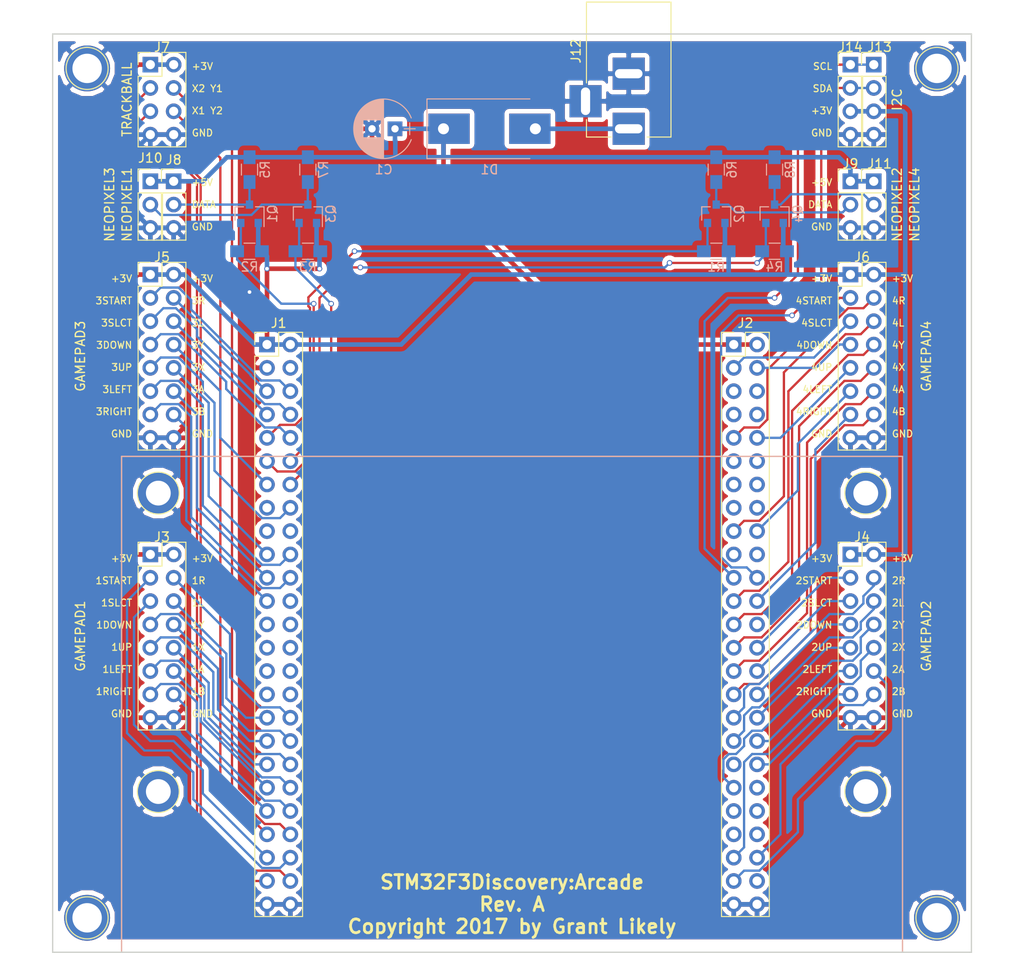
<source format=kicad_pcb>
(kicad_pcb (version 4) (host pcbnew 4.0.6)
  (layers (0 F.Cu signal) (31 B.Cu signal) (34 B.Paste user) (35 F.Paste user) (36 B.SilkS user) (37 F.SilkS user) (38 B.Mask user) (39 F.Mask user) (44 Edge.Cuts user))
  (net 0 "")
  (net 1 +3V3)
  (net 2 GND)
  (net 3 "Net-(J1-Pad4)")
  (net 4 PWM1)
  (net 5 PWM3)
  (net 6 PWM0)
  (net 7 PWM2)
  (net 8 "Net-(J1-Pad15)")
  (net 9 "Net-(J1-Pad17)")
  (net 10 "Net-(J1-Pad18)")
  (net 11 "Net-(J1-Pad24)")
  (net 12 "Net-(J1-Pad25)")
  (net 13 "Net-(J1-Pad26)")
  (net 14 "Net-(J1-Pad27)")
  (net 15 "Net-(J1-Pad28)")
  (net 16 "Net-(J1-Pad29)")
  (net 17 "Net-(J1-Pad30)")
  (net 18 "Net-(J1-Pad31)")
  (net 19 "Net-(J1-Pad32)")
  (net 20 TBALL_Y2)
  (net 21 TBALL_Y1)
  (net 22 TBALL_X2)
  (net 23 TBALL_X1)
  (net 24 +5V)
  (net 25 "Net-(J2-Pad5)")
  (net 26 "Net-(J2-Pad6)")
  (net 27 "Net-(J2-Pad7)")
  (net 28 "Net-(J2-Pad8)")
  (net 29 "Net-(J2-Pad11)")
  (net 30 "Net-(J2-Pad12)")
  (net 31 "Net-(J2-Pad13)")
  (net 32 "Net-(J2-Pad14)")
  (net 33 "Net-(J2-Pad15)")
  (net 34 "Net-(J2-Pad16)")
  (net 35 "Net-(J2-Pad19)")
  (net 36 "Net-(J2-Pad20)")
  (net 37 "Net-(J2-Pad26)")
  (net 38 "Net-(J2-Pad37)")
  (net 39 "Net-(J2-Pad40)")
  (net 40 "Net-(J2-Pad41)")
  (net 41 "Net-(J2-Pad42)")
  (net 42 "Net-(J2-Pad43)")
  (net 43 "Net-(J2-Pad44)")
  (net 44 "Net-(J2-Pad48)")
  (net 45 "Net-(J8-Pad2)")
  (net 46 "Net-(J9-Pad2)")
  (net 47 "Net-(J10-Pad2)")
  (net 48 "Net-(J11-Pad2)")
  (net 49 /P3R)
  (net 50 /P3STRT)
  (net 51 /P3L)
  (net 52 /P3SLCT)
  (net 53 /P3DOWN)
  (net 54 /P3Y)
  (net 55 /P3UP)
  (net 56 /P3X)
  (net 57 /P3LEFT)
  (net 58 /P3B)
  (net 59 /P3RIGHT)
  (net 60 /P3A)
  (net 61 /P1L)
  (net 62 /P1R)
  (net 63 /P1Y)
  (net 64 /P1DOWN)
  (net 65 /P1X)
  (net 66 /P1UP)
  (net 67 /P1B)
  (net 68 /P1LEFT)
  (net 69 /P1A)
  (net 70 /P1RIGHT)
  (net 71 /P1SLCT)
  (net 72 /P1STRT)
  (net 73 /P4SLCT)
  (net 74 /P4DOWN)
  (net 75 /P4STRT)
  (net 76 /P4UP)
  (net 77 /P4R)
  (net 78 /P4LEFT)
  (net 79 /P4L)
  (net 80 /P4RIGHT)
  (net 81 /P4Y)
  (net 82 /P4X)
  (net 83 /P2STRT)
  (net 84 /P4B)
  (net 85 /P2SLCT)
  (net 86 /P4A)
  (net 87 /P2DOWN)
  (net 88 /P2R)
  (net 89 /P2UP)
  (net 90 /P2L)
  (net 91 /P2LEFT)
  (net 92 /P2RIGHT)
  (net 93 /P2Y)
  (net 94 /P2X)
  (net 95 /P2A)
  (net 96 /P2B)
  (net 97 +5VA)
  (net 98 SCL)
  (net 99 SDA)
  (module Pin_Headers:Pin_Header_Straight_2x08_Pitch2.54mm (layer F.Cu) (at 110.63 106.68)
    (fp_text reference J3 (at 1.27 -1.905) (layer F.SilkS))
    (fp_text value GAMEPAD1 (at -7.62 8.89 90) (layer F.SilkS))
    (pad 1 thru_hole rect (at 0 0) (size 1.7 1.7) (drill 1) (layers *.Cu *.Mask) (net 1 +3V3))
    (pad 2 thru_hole oval (at 2.54 0) (size 1.7 1.7) (drill 1) (layers *.Cu *.Mask) (net 1 +3V3))
    (pad 3 thru_hole oval (at 0 2.54) (size 1.7 1.7) (drill 1) (layers *.Cu *.Mask) (net 72 /P1STRT))
    (pad 4 thru_hole oval (at 2.54 2.54) (size 1.7 1.7) (drill 1) (layers *.Cu *.Mask) (net 62 /P1R))
    (pad 5 thru_hole oval (at 0 5.08) (size 1.7 1.7) (drill 1) (layers *.Cu *.Mask) (net 71 /P1SLCT))
    (pad 6 thru_hole oval (at 2.54 5.08) (size 1.7 1.7) (drill 1) (layers *.Cu *.Mask) (net 61 /P1L))
    (pad 7 thru_hole oval (at 0 7.62) (size 1.7 1.7) (drill 1) (layers *.Cu *.Mask) (net 64 /P1DOWN))
    (pad 8 thru_hole oval (at 2.54 7.62) (size 1.7 1.7) (drill 1) (layers *.Cu *.Mask) (net 63 /P1Y))
    (pad 9 thru_hole oval (at 0 10.16) (size 1.7 1.7) (drill 1) (layers *.Cu *.Mask) (net 66 /P1UP))
    (pad 10 thru_hole oval (at 2.54 10.16) (size 1.7 1.7) (drill 1) (layers *.Cu *.Mask) (net 65 /P1X))
    (pad 11 thru_hole oval (at 0 12.7) (size 1.7 1.7) (drill 1) (layers *.Cu *.Mask) (net 68 /P1LEFT))
    (pad 12 thru_hole oval (at 2.54 12.7) (size 1.7 1.7) (drill 1) (layers *.Cu *.Mask) (net 67 /P1B))
    (pad 13 thru_hole oval (at 0 15.24) (size 1.7 1.7) (drill 1) (layers *.Cu *.Mask) (net 70 /P1RIGHT))
    (pad 14 thru_hole oval (at 2.54 15.24) (size 1.7 1.7) (drill 1) (layers *.Cu *.Mask) (net 69 /P1A))
    (pad 15 thru_hole oval (at 0 17.78) (size 1.7 1.7) (drill 1) (layers *.Cu *.Mask) (net 2 GND))
    (pad 16 thru_hole oval (at 2.54 17.78) (size 1.7 1.7) (drill 1) (layers *.Cu *.Mask) (net 2 GND))
  )
  (module Pin_Headers:Pin_Header_Straight_2x08_Pitch2.54mm (layer F.Cu) (at 186.83 106.68)
    (fp_text reference J4 (at 1.27 -1.905 180) (layer F.SilkS))
    (fp_text value GAMEPAD2 (at 8.255 8.89 90) (layer F.SilkS))
    (pad 1 thru_hole rect (at 0 0) (size 1.7 1.7) (drill 1) (layers *.Cu *.Mask) (net 1 +3V3))
    (pad 2 thru_hole oval (at 2.54 0) (size 1.7 1.7) (drill 1) (layers *.Cu *.Mask) (net 1 +3V3))
    (pad 3 thru_hole oval (at 0 2.54) (size 1.7 1.7) (drill 1) (layers *.Cu *.Mask) (net 83 /P2STRT))
    (pad 4 thru_hole oval (at 2.54 2.54) (size 1.7 1.7) (drill 1) (layers *.Cu *.Mask) (net 88 /P2R))
    (pad 5 thru_hole oval (at 0 5.08) (size 1.7 1.7) (drill 1) (layers *.Cu *.Mask) (net 85 /P2SLCT))
    (pad 6 thru_hole oval (at 2.54 5.08) (size 1.7 1.7) (drill 1) (layers *.Cu *.Mask) (net 90 /P2L))
    (pad 7 thru_hole oval (at 0 7.62) (size 1.7 1.7) (drill 1) (layers *.Cu *.Mask) (net 87 /P2DOWN))
    (pad 8 thru_hole oval (at 2.54 7.62) (size 1.7 1.7) (drill 1) (layers *.Cu *.Mask) (net 93 /P2Y))
    (pad 9 thru_hole oval (at 0 10.16) (size 1.7 1.7) (drill 1) (layers *.Cu *.Mask) (net 89 /P2UP))
    (pad 10 thru_hole oval (at 2.54 10.16) (size 1.7 1.7) (drill 1) (layers *.Cu *.Mask) (net 94 /P2X))
    (pad 11 thru_hole oval (at 0 12.7) (size 1.7 1.7) (drill 1) (layers *.Cu *.Mask) (net 91 /P2LEFT))
    (pad 12 thru_hole oval (at 2.54 12.7) (size 1.7 1.7) (drill 1) (layers *.Cu *.Mask) (net 96 /P2B))
    (pad 13 thru_hole oval (at 0 15.24) (size 1.7 1.7) (drill 1) (layers *.Cu *.Mask) (net 92 /P2RIGHT))
    (pad 14 thru_hole oval (at 2.54 15.24) (size 1.7 1.7) (drill 1) (layers *.Cu *.Mask) (net 95 /P2A))
    (pad 15 thru_hole oval (at 0 17.78) (size 1.7 1.7) (drill 1) (layers *.Cu *.Mask) (net 2 GND))
    (pad 16 thru_hole oval (at 2.54 17.78) (size 1.7 1.7) (drill 1) (layers *.Cu *.Mask) (net 2 GND))
  )
  (module Pin_Headers:Pin_Header_Straight_2x08_Pitch2.54mm (layer F.Cu) (at 110.63 76.2)
    (fp_text reference J5 (at 1.27 -1.905 180) (layer F.SilkS))
    (fp_text value GAMEPAD3 (at -7.62 8.89 90) (layer F.SilkS))
    (pad 1 thru_hole rect (at 0 0) (size 1.7 1.7) (drill 1) (layers *.Cu *.Mask) (net 1 +3V3))
    (pad 2 thru_hole oval (at 2.54 0) (size 1.7 1.7) (drill 1) (layers *.Cu *.Mask) (net 1 +3V3))
    (pad 3 thru_hole oval (at 0 2.54) (size 1.7 1.7) (drill 1) (layers *.Cu *.Mask) (net 50 /P3STRT))
    (pad 4 thru_hole oval (at 2.54 2.54) (size 1.7 1.7) (drill 1) (layers *.Cu *.Mask) (net 49 /P3R))
    (pad 5 thru_hole oval (at 0 5.08) (size 1.7 1.7) (drill 1) (layers *.Cu *.Mask) (net 52 /P3SLCT))
    (pad 6 thru_hole oval (at 2.54 5.08) (size 1.7 1.7) (drill 1) (layers *.Cu *.Mask) (net 51 /P3L))
    (pad 7 thru_hole oval (at 0 7.62) (size 1.7 1.7) (drill 1) (layers *.Cu *.Mask) (net 53 /P3DOWN))
    (pad 8 thru_hole oval (at 2.54 7.62) (size 1.7 1.7) (drill 1) (layers *.Cu *.Mask) (net 54 /P3Y))
    (pad 9 thru_hole oval (at 0 10.16) (size 1.7 1.7) (drill 1) (layers *.Cu *.Mask) (net 55 /P3UP))
    (pad 10 thru_hole oval (at 2.54 10.16) (size 1.7 1.7) (drill 1) (layers *.Cu *.Mask) (net 56 /P3X))
    (pad 11 thru_hole oval (at 0 12.7) (size 1.7 1.7) (drill 1) (layers *.Cu *.Mask) (net 57 /P3LEFT))
    (pad 12 thru_hole oval (at 2.54 12.7) (size 1.7 1.7) (drill 1) (layers *.Cu *.Mask) (net 58 /P3B))
    (pad 13 thru_hole oval (at 0 15.24) (size 1.7 1.7) (drill 1) (layers *.Cu *.Mask) (net 59 /P3RIGHT))
    (pad 14 thru_hole oval (at 2.54 15.24) (size 1.7 1.7) (drill 1) (layers *.Cu *.Mask) (net 60 /P3A))
    (pad 15 thru_hole oval (at 0 17.78) (size 1.7 1.7) (drill 1) (layers *.Cu *.Mask) (net 2 GND))
    (pad 16 thru_hole oval (at 2.54 17.78) (size 1.7 1.7) (drill 1) (layers *.Cu *.Mask) (net 2 GND))
  )
  (module Pin_Headers:Pin_Header_Straight_2x08_Pitch2.54mm (layer F.Cu) (at 186.83 76.2)
    (fp_text reference J6 (at 1.27 -1.905 180) (layer F.SilkS))
    (fp_text value GAMEPAD4 (at 8.255 8.89 90) (layer F.SilkS))
    (pad 1 thru_hole rect (at 0 0) (size 1.7 1.7) (drill 1) (layers *.Cu *.Mask) (net 1 +3V3))
    (pad 2 thru_hole oval (at 2.54 0) (size 1.7 1.7) (drill 1) (layers *.Cu *.Mask) (net 1 +3V3))
    (pad 3 thru_hole oval (at 0 2.54) (size 1.7 1.7) (drill 1) (layers *.Cu *.Mask) (net 75 /P4STRT))
    (pad 4 thru_hole oval (at 2.54 2.54) (size 1.7 1.7) (drill 1) (layers *.Cu *.Mask) (net 77 /P4R))
    (pad 5 thru_hole oval (at 0 5.08) (size 1.7 1.7) (drill 1) (layers *.Cu *.Mask) (net 73 /P4SLCT))
    (pad 6 thru_hole oval (at 2.54 5.08) (size 1.7 1.7) (drill 1) (layers *.Cu *.Mask) (net 79 /P4L))
    (pad 7 thru_hole oval (at 0 7.62) (size 1.7 1.7) (drill 1) (layers *.Cu *.Mask) (net 74 /P4DOWN))
    (pad 8 thru_hole oval (at 2.54 7.62) (size 1.7 1.7) (drill 1) (layers *.Cu *.Mask) (net 81 /P4Y))
    (pad 9 thru_hole oval (at 0 10.16) (size 1.7 1.7) (drill 1) (layers *.Cu *.Mask) (net 76 /P4UP))
    (pad 10 thru_hole oval (at 2.54 10.16) (size 1.7 1.7) (drill 1) (layers *.Cu *.Mask) (net 82 /P4X))
    (pad 11 thru_hole oval (at 0 12.7) (size 1.7 1.7) (drill 1) (layers *.Cu *.Mask) (net 78 /P4LEFT))
    (pad 12 thru_hole oval (at 2.54 12.7) (size 1.7 1.7) (drill 1) (layers *.Cu *.Mask) (net 84 /P4B))
    (pad 13 thru_hole oval (at 0 15.24) (size 1.7 1.7) (drill 1) (layers *.Cu *.Mask) (net 80 /P4RIGHT))
    (pad 14 thru_hole oval (at 2.54 15.24) (size 1.7 1.7) (drill 1) (layers *.Cu *.Mask) (net 86 /P4A))
    (pad 15 thru_hole oval (at 0 17.78) (size 1.7 1.7) (drill 1) (layers *.Cu *.Mask) (net 2 GND))
    (pad 16 thru_hole oval (at 2.54 17.78) (size 1.7 1.7) (drill 1) (layers *.Cu *.Mask) (net 2 GND))
  )
  (module Pin_Headers:Pin_Header_Straight_1x03_Pitch2.54mm (layer F.Cu) (at 113.17 66.04)
    (fp_text reference J8 (at 0 -2.33) (layer F.SilkS))
    (fp_text value NEOPIXEL1 (at -5.08 2.54 90) (layer F.SilkS))
    (pad 1 thru_hole rect (at 0 0) (size 1.7 1.7) (drill 1) (layers *.Cu *.Mask) (net 24 +5V))
    (pad 2 thru_hole oval (at 0 2.54) (size 1.7 1.7) (drill 1) (layers *.Cu *.Mask) (net 45 "Net-(J8-Pad2)"))
    (pad 3 thru_hole oval (at 0 5.08) (size 1.7 1.7) (drill 1) (layers *.Cu *.Mask) (net 2 GND))
  )
  (module Pin_Headers:Pin_Header_Straight_1x03_Pitch2.54mm (layer F.Cu) (at 186.83 66.04)
    (fp_text reference J9 (at 0 -1.905 180) (layer F.SilkS))
    (fp_text value NEOPIXEL2 (at 5.08 2.54 90) (layer F.SilkS))
    (pad 1 thru_hole rect (at 0 0) (size 1.7 1.7) (drill 1) (layers *.Cu *.Mask) (net 24 +5V))
    (pad 2 thru_hole oval (at 0 2.54) (size 1.7 1.7) (drill 1) (layers *.Cu *.Mask) (net 46 "Net-(J9-Pad2)"))
    (pad 3 thru_hole oval (at 0 5.08) (size 1.7 1.7) (drill 1) (layers *.Cu *.Mask) (net 2 GND))
  )
  (module Pin_Headers:Pin_Header_Straight_1x03_Pitch2.54mm (layer F.Cu) (at 110.63 66.04)
    (fp_text reference J10 (at 0 -2.54) (layer F.SilkS))
    (fp_text value NEOPIXEL3 (at -4.445 2.54 90) (layer F.SilkS))
    (pad 1 thru_hole rect (at 0 0) (size 1.7 1.7) (drill 1) (layers *.Cu *.Mask) (net 24 +5V))
    (pad 2 thru_hole oval (at 0 2.54) (size 1.7 1.7) (drill 1) (layers *.Cu *.Mask) (net 47 "Net-(J10-Pad2)"))
    (pad 3 thru_hole oval (at 0 5.08) (size 1.7 1.7) (drill 1) (layers *.Cu *.Mask) (net 2 GND))
  )
  (module Pin_Headers:Pin_Header_Straight_1x03_Pitch2.54mm (layer F.Cu) (at 189.37 66.04)
    (fp_text reference J11 (at 0.635 -1.905 180) (layer F.SilkS))
    (fp_text value NEOPIXEL4 (at 4.445 2.54 90) (layer F.SilkS))
    (pad 1 thru_hole rect (at 0 0) (size 1.7 1.7) (drill 1) (layers *.Cu *.Mask) (net 24 +5V))
    (pad 2 thru_hole oval (at 0 2.54) (size 1.7 1.7) (drill 1) (layers *.Cu *.Mask) (net 48 "Net-(J11-Pad2)"))
    (pad 3 thru_hole oval (at 0 5.08) (size 1.7 1.7) (drill 1) (layers *.Cu *.Mask) (net 2 GND))
  )
  (module Pin_Headers:Pin_Header_Straight_2x04_Pitch2.54mm (layer F.Cu) (at 110.63 53.34)
    (fp_text reference J7 (at 1.27 -1.905 180) (layer F.SilkS))
    (fp_text value TRACKBALL (at -2.54 3.81 90) (layer F.SilkS))
    (pad 1 thru_hole rect (at 0 0) (size 1.7 1.7) (drill 1) (layers *.Cu *.Mask) (net 1 +3V3))
    (pad 2 thru_hole oval (at 2.54 0) (size 1.7 1.7) (drill 1) (layers *.Cu *.Mask) (net 1 +3V3))
    (pad 3 thru_hole oval (at 0 2.54) (size 1.7 1.7) (drill 1) (layers *.Cu *.Mask) (net 22 TBALL_X2))
    (pad 4 thru_hole oval (at 2.54 2.54) (size 1.7 1.7) (drill 1) (layers *.Cu *.Mask) (net 21 TBALL_Y1))
    (pad 5 thru_hole oval (at 0 5.08) (size 1.7 1.7) (drill 1) (layers *.Cu *.Mask) (net 23 TBALL_X1))
    (pad 6 thru_hole oval (at 2.54 5.08) (size 1.7 1.7) (drill 1) (layers *.Cu *.Mask) (net 20 TBALL_Y2))
    (pad 7 thru_hole oval (at 0 7.62) (size 1.7 1.7) (drill 1) (layers *.Cu *.Mask) (net 2 GND))
    (pad 8 thru_hole oval (at 2.54 7.62) (size 1.7 1.7) (drill 1) (layers *.Cu *.Mask) (net 2 GND))
  )
  (module Pin_Headers:Pin_Header_Straight_2x25_Pitch2.54mm (layer F.Cu) (at 123.33 83.82)
    (fp_text reference J1 (at 1.27 -2.33) (layer F.SilkS))
    (fp_text value STM32F3DISCO_P1)
    (pad 1 thru_hole rect (at 0 0) (size 1.7 1.7) (drill 1) (layers *.Cu *.Mask) (net 1 +3V3))
    (pad 2 thru_hole oval (at 2.54 0) (size 1.7 1.7) (drill 1) (layers *.Cu *.Mask) (net 1 +3V3))
    (pad 3 thru_hole oval (at 0 2.54) (size 1.7 1.7) (drill 1) (layers *.Cu *.Mask) (net 2 GND))
    (pad 4 thru_hole oval (at 2.54 2.54) (size 1.7 1.7) (drill 1) (layers *.Cu *.Mask) (net 3 "Net-(J1-Pad4)"))
    (pad 5 thru_hole oval (at 0 5.08) (size 1.7 1.7) (drill 1) (layers *.Cu *.Mask) (net 49 /P3R))
    (pad 6 thru_hole oval (at 2.54 5.08) (size 1.7 1.7) (drill 1) (layers *.Cu *.Mask) (net 50 /P3STRT))
    (pad 7 thru_hole oval (at 0 7.62) (size 1.7 1.7) (drill 1) (layers *.Cu *.Mask) (net 51 /P3L))
    (pad 8 thru_hole oval (at 2.54 7.62) (size 1.7 1.7) (drill 1) (layers *.Cu *.Mask) (net 52 /P3SLCT))
    (pad 9 thru_hole oval (at 0 10.16) (size 1.7 1.7) (drill 1) (layers *.Cu *.Mask) (net 4 PWM1))
    (pad 10 thru_hole oval (at 2.54 10.16) (size 1.7 1.7) (drill 1) (layers *.Cu *.Mask) (net 53 /P3DOWN))
    (pad 11 thru_hole oval (at 0 12.7) (size 1.7 1.7) (drill 1) (layers *.Cu *.Mask) (net 5 PWM3))
    (pad 12 thru_hole oval (at 2.54 12.7) (size 1.7 1.7) (drill 1) (layers *.Cu *.Mask) (net 6 PWM0))
    (pad 13 thru_hole oval (at 0 15.24) (size 1.7 1.7) (drill 1) (layers *.Cu *.Mask) (net 54 /P3Y))
    (pad 14 thru_hole oval (at 2.54 15.24) (size 1.7 1.7) (drill 1) (layers *.Cu *.Mask) (net 7 PWM2))
    (pad 15 thru_hole oval (at 0 17.78) (size 1.7 1.7) (drill 1) (layers *.Cu *.Mask) (net 8 "Net-(J1-Pad15)"))
    (pad 16 thru_hole oval (at 2.54 17.78) (size 1.7 1.7) (drill 1) (layers *.Cu *.Mask) (net 55 /P3UP))
    (pad 17 thru_hole oval (at 0 20.32) (size 1.7 1.7) (drill 1) (layers *.Cu *.Mask) (net 9 "Net-(J1-Pad17)"))
    (pad 18 thru_hole oval (at 2.54 20.32) (size 1.7 1.7) (drill 1) (layers *.Cu *.Mask) (net 10 "Net-(J1-Pad18)"))
    (pad 19 thru_hole oval (at 0 22.86) (size 1.7 1.7) (drill 1) (layers *.Cu *.Mask) (net 56 /P3X))
    (pad 20 thru_hole oval (at 2.54 22.86) (size 1.7 1.7) (drill 1) (layers *.Cu *.Mask) (net 57 /P3LEFT))
    (pad 21 thru_hole oval (at 0 25.4) (size 1.7 1.7) (drill 1) (layers *.Cu *.Mask) (net 58 /P3B))
    (pad 22 thru_hole oval (at 2.54 25.4) (size 1.7 1.7) (drill 1) (layers *.Cu *.Mask) (net 59 /P3RIGHT))
    (pad 23 thru_hole oval (at 0 27.94) (size 1.7 1.7) (drill 1) (layers *.Cu *.Mask) (net 60 /P3A))
    (pad 24 thru_hole oval (at 2.54 27.94) (size 1.7 1.7) (drill 1) (layers *.Cu *.Mask) (net 11 "Net-(J1-Pad24)"))
    (pad 25 thru_hole oval (at 0 30.48) (size 1.7 1.7) (drill 1) (layers *.Cu *.Mask) (net 12 "Net-(J1-Pad25)"))
    (pad 26 thru_hole oval (at 2.54 30.48) (size 1.7 1.7) (drill 1) (layers *.Cu *.Mask) (net 13 "Net-(J1-Pad26)"))
    (pad 27 thru_hole oval (at 0 33.02) (size 1.7 1.7) (drill 1) (layers *.Cu *.Mask) (net 14 "Net-(J1-Pad27)"))
    (pad 28 thru_hole oval (at 2.54 33.02) (size 1.7 1.7) (drill 1) (layers *.Cu *.Mask) (net 15 "Net-(J1-Pad28)"))
    (pad 29 thru_hole oval (at 0 35.56) (size 1.7 1.7) (drill 1) (layers *.Cu *.Mask) (net 16 "Net-(J1-Pad29)"))
    (pad 30 thru_hole oval (at 2.54 35.56) (size 1.7 1.7) (drill 1) (layers *.Cu *.Mask) (net 17 "Net-(J1-Pad30)"))
    (pad 31 thru_hole oval (at 0 38.1) (size 1.7 1.7) (drill 1) (layers *.Cu *.Mask) (net 18 "Net-(J1-Pad31)"))
    (pad 32 thru_hole oval (at 2.54 38.1) (size 1.7 1.7) (drill 1) (layers *.Cu *.Mask) (net 19 "Net-(J1-Pad32)"))
    (pad 33 thru_hole oval (at 0 40.64) (size 1.7 1.7) (drill 1) (layers *.Cu *.Mask) (net 61 /P1L))
    (pad 34 thru_hole oval (at 2.54 40.64) (size 1.7 1.7) (drill 1) (layers *.Cu *.Mask) (net 62 /P1R))
    (pad 35 thru_hole oval (at 0 43.18) (size 1.7 1.7) (drill 1) (layers *.Cu *.Mask) (net 63 /P1Y))
    (pad 36 thru_hole oval (at 2.54 43.18) (size 1.7 1.7) (drill 1) (layers *.Cu *.Mask) (net 64 /P1DOWN))
    (pad 37 thru_hole oval (at 0 45.72) (size 1.7 1.7) (drill 1) (layers *.Cu *.Mask) (net 65 /P1X))
    (pad 38 thru_hole oval (at 2.54 45.72) (size 1.7 1.7) (drill 1) (layers *.Cu *.Mask) (net 66 /P1UP))
    (pad 39 thru_hole oval (at 0 48.26) (size 1.7 1.7) (drill 1) (layers *.Cu *.Mask) (net 67 /P1B))
    (pad 40 thru_hole oval (at 2.54 48.26) (size 1.7 1.7) (drill 1) (layers *.Cu *.Mask) (net 68 /P1LEFT))
    (pad 41 thru_hole oval (at 0 50.8) (size 1.7 1.7) (drill 1) (layers *.Cu *.Mask) (net 69 /P1A))
    (pad 42 thru_hole oval (at 2.54 50.8) (size 1.7 1.7) (drill 1) (layers *.Cu *.Mask) (net 70 /P1RIGHT))
    (pad 43 thru_hole oval (at 0 53.34) (size 1.7 1.7) (drill 1) (layers *.Cu *.Mask) (net 20 TBALL_Y2))
    (pad 44 thru_hole oval (at 2.54 53.34) (size 1.7 1.7) (drill 1) (layers *.Cu *.Mask) (net 21 TBALL_Y1))
    (pad 45 thru_hole oval (at 0 55.88) (size 1.7 1.7) (drill 1) (layers *.Cu *.Mask) (net 71 /P1SLCT))
    (pad 46 thru_hole oval (at 2.54 55.88) (size 1.7 1.7) (drill 1) (layers *.Cu *.Mask) (net 72 /P1STRT))
    (pad 47 thru_hole oval (at 0 58.42) (size 1.7 1.7) (drill 1) (layers *.Cu *.Mask) (net 22 TBALL_X2))
    (pad 48 thru_hole oval (at 2.54 58.42) (size 1.7 1.7) (drill 1) (layers *.Cu *.Mask) (net 23 TBALL_X1))
    (pad 49 thru_hole oval (at 0 60.96) (size 1.7 1.7) (drill 1) (layers *.Cu *.Mask) (net 2 GND))
    (pad 50 thru_hole oval (at 2.54 60.96) (size 1.7 1.7) (drill 1) (layers *.Cu *.Mask) (net 2 GND))
  )
  (module Pin_Headers:Pin_Header_Straight_2x25_Pitch2.54mm (layer F.Cu) (at 174.13 83.82)
    (fp_text reference J2 (at 1.27 -2.33) (layer F.SilkS))
    (fp_text value STM32F3DISCO_P2)
    (pad 1 thru_hole rect (at 0 0) (size 1.7 1.7) (drill 1) (layers *.Cu *.Mask) (net 24 +5V))
    (pad 2 thru_hole oval (at 2.54 0) (size 1.7 1.7) (drill 1) (layers *.Cu *.Mask) (net 24 +5V))
    (pad 3 thru_hole oval (at 0 2.54) (size 1.7 1.7) (drill 1) (layers *.Cu *.Mask) (net 73 /P4SLCT))
    (pad 4 thru_hole oval (at 2.54 2.54) (size 1.7 1.7) (drill 1) (layers *.Cu *.Mask) (net 74 /P4DOWN))
    (pad 5 thru_hole oval (at 0 5.08) (size 1.7 1.7) (drill 1) (layers *.Cu *.Mask) (net 25 "Net-(J2-Pad5)"))
    (pad 6 thru_hole oval (at 2.54 5.08) (size 1.7 1.7) (drill 1) (layers *.Cu *.Mask) (net 26 "Net-(J2-Pad6)"))
    (pad 7 thru_hole oval (at 0 7.62) (size 1.7 1.7) (drill 1) (layers *.Cu *.Mask) (net 27 "Net-(J2-Pad7)"))
    (pad 8 thru_hole oval (at 2.54 7.62) (size 1.7 1.7) (drill 1) (layers *.Cu *.Mask) (net 28 "Net-(J2-Pad8)"))
    (pad 9 thru_hole oval (at 0 10.16) (size 1.7 1.7) (drill 1) (layers *.Cu *.Mask) (net 75 /P4STRT))
    (pad 10 thru_hole oval (at 2.54 10.16) (size 1.7 1.7) (drill 1) (layers *.Cu *.Mask) (net 76 /P4UP))
    (pad 11 thru_hole oval (at 0 12.7) (size 1.7 1.7) (drill 1) (layers *.Cu *.Mask) (net 29 "Net-(J2-Pad11)"))
    (pad 12 thru_hole oval (at 2.54 12.7) (size 1.7 1.7) (drill 1) (layers *.Cu *.Mask) (net 30 "Net-(J2-Pad12)"))
    (pad 13 thru_hole oval (at 0 15.24) (size 1.7 1.7) (drill 1) (layers *.Cu *.Mask) (net 31 "Net-(J2-Pad13)"))
    (pad 14 thru_hole oval (at 2.54 15.24) (size 1.7 1.7) (drill 1) (layers *.Cu *.Mask) (net 32 "Net-(J2-Pad14)"))
    (pad 15 thru_hole oval (at 0 17.78) (size 1.7 1.7) (drill 1) (layers *.Cu *.Mask) (net 33 "Net-(J2-Pad15)"))
    (pad 16 thru_hole oval (at 2.54 17.78) (size 1.7 1.7) (drill 1) (layers *.Cu *.Mask) (net 34 "Net-(J2-Pad16)"))
    (pad 17 thru_hole oval (at 0 20.32) (size 1.7 1.7) (drill 1) (layers *.Cu *.Mask) (net 77 /P4R))
    (pad 18 thru_hole oval (at 2.54 20.32) (size 1.7 1.7) (drill 1) (layers *.Cu *.Mask) (net 78 /P4LEFT))
    (pad 19 thru_hole oval (at 0 22.86) (size 1.7 1.7) (drill 1) (layers *.Cu *.Mask) (net 35 "Net-(J2-Pad19)"))
    (pad 20 thru_hole oval (at 2.54 22.86) (size 1.7 1.7) (drill 1) (layers *.Cu *.Mask) (net 36 "Net-(J2-Pad20)"))
    (pad 21 thru_hole oval (at 0 25.4) (size 1.7 1.7) (drill 1) (layers *.Cu *.Mask) (net 98 SCL))
    (pad 22 thru_hole oval (at 2.54 25.4) (size 1.7 1.7) (drill 1) (layers *.Cu *.Mask) (net 99 SDA))
    (pad 23 thru_hole oval (at 0 27.94) (size 1.7 1.7) (drill 1) (layers *.Cu *.Mask) (net 79 /P4L))
    (pad 24 thru_hole oval (at 2.54 27.94) (size 1.7 1.7) (drill 1) (layers *.Cu *.Mask) (net 80 /P4RIGHT))
    (pad 25 thru_hole oval (at 0 30.48) (size 1.7 1.7) (drill 1) (layers *.Cu *.Mask) (net 81 /P4Y))
    (pad 26 thru_hole oval (at 2.54 30.48) (size 1.7 1.7) (drill 1) (layers *.Cu *.Mask) (net 37 "Net-(J2-Pad26)"))
    (pad 27 thru_hole oval (at 0 33.02) (size 1.7 1.7) (drill 1) (layers *.Cu *.Mask) (net 82 /P4X))
    (pad 28 thru_hole oval (at 2.54 33.02) (size 1.7 1.7) (drill 1) (layers *.Cu *.Mask) (net 83 /P2STRT))
    (pad 29 thru_hole oval (at 0 35.56) (size 1.7 1.7) (drill 1) (layers *.Cu *.Mask) (net 84 /P4B))
    (pad 30 thru_hole oval (at 2.54 35.56) (size 1.7 1.7) (drill 1) (layers *.Cu *.Mask) (net 85 /P2SLCT))
    (pad 31 thru_hole oval (at 0 38.1) (size 1.7 1.7) (drill 1) (layers *.Cu *.Mask) (net 86 /P4A))
    (pad 32 thru_hole oval (at 2.54 38.1) (size 1.7 1.7) (drill 1) (layers *.Cu *.Mask) (net 87 /P2DOWN))
    (pad 33 thru_hole oval (at 0 40.64) (size 1.7 1.7) (drill 1) (layers *.Cu *.Mask) (net 88 /P2R))
    (pad 34 thru_hole oval (at 2.54 40.64) (size 1.7 1.7) (drill 1) (layers *.Cu *.Mask) (net 89 /P2UP))
    (pad 35 thru_hole oval (at 0 43.18) (size 1.7 1.7) (drill 1) (layers *.Cu *.Mask) (net 90 /P2L))
    (pad 36 thru_hole oval (at 2.54 43.18) (size 1.7 1.7) (drill 1) (layers *.Cu *.Mask) (net 91 /P2LEFT))
    (pad 37 thru_hole oval (at 0 45.72) (size 1.7 1.7) (drill 1) (layers *.Cu *.Mask) (net 38 "Net-(J2-Pad37)"))
    (pad 38 thru_hole oval (at 2.54 45.72) (size 1.7 1.7) (drill 1) (layers *.Cu *.Mask) (net 92 /P2RIGHT))
    (pad 39 thru_hole oval (at 0 48.26) (size 1.7 1.7) (drill 1) (layers *.Cu *.Mask) (net 93 /P2Y))
    (pad 40 thru_hole oval (at 2.54 48.26) (size 1.7 1.7) (drill 1) (layers *.Cu *.Mask) (net 39 "Net-(J2-Pad40)"))
    (pad 41 thru_hole oval (at 0 50.8) (size 1.7 1.7) (drill 1) (layers *.Cu *.Mask) (net 40 "Net-(J2-Pad41)"))
    (pad 42 thru_hole oval (at 2.54 50.8) (size 1.7 1.7) (drill 1) (layers *.Cu *.Mask) (net 41 "Net-(J2-Pad42)"))
    (pad 43 thru_hole oval (at 0 53.34) (size 1.7 1.7) (drill 1) (layers *.Cu *.Mask) (net 42 "Net-(J2-Pad43)"))
    (pad 44 thru_hole oval (at 2.54 53.34) (size 1.7 1.7) (drill 1) (layers *.Cu *.Mask) (net 43 "Net-(J2-Pad44)"))
    (pad 45 thru_hole oval (at 0 55.88) (size 1.7 1.7) (drill 1) (layers *.Cu *.Mask) (net 94 /P2X))
    (pad 46 thru_hole oval (at 2.54 55.88) (size 1.7 1.7) (drill 1) (layers *.Cu *.Mask) (net 95 /P2A))
    (pad 47 thru_hole oval (at 0 58.42) (size 1.7 1.7) (drill 1) (layers *.Cu *.Mask) (net 96 /P2B))
    (pad 48 thru_hole oval (at 2.54 58.42) (size 1.7 1.7) (drill 1) (layers *.Cu *.Mask) (net 44 "Net-(J2-Pad48)"))
    (pad 49 thru_hole oval (at 0 60.96) (size 1.7 1.7) (drill 1) (layers *.Cu *.Mask) (net 2 GND))
    (pad 50 thru_hole oval (at 2.54 60.96) (size 1.7 1.7) (drill 1) (layers *.Cu *.Mask) (net 2 GND))
  )
  (module Connectors:BARREL_JACK (layer F.Cu) (at 162.7 60.325 270)
    (fp_text reference J12 (at -8.45 5.75 450) (layer F.SilkS))
    (fp_text value BARREL_JACK)
    (pad 1 thru_hole rect (at 0 0 270) (size 3.5 3.5) (drill oval 1 3) (layers *.Cu *.Mask) (net 97 +5VA))
    (pad 2 thru_hole rect (at -6 0 270) (size 3.5 3.5) (drill oval 1 3) (layers *.Cu *.Mask) (net 2 GND))
    (pad 3 thru_hole rect (at -3 4.7 270) (size 3.5 3.5) (drill oval 3 1) (layers *.Cu *.Mask) (net 2 GND))
  )
  (module Capacitors_THT:CP_Radial_D6.3mm_P2.50mm (layer B.Cu) (at 137.26 60.325 180)
    (fp_text reference C1 (at 1.23 -4.445 180) (layer B.SilkS) (effects (justify mirror)))
    (fp_text value 1000uF)
    (pad 1 thru_hole rect (at 0 0 180) (size 1.6 1.6) (drill 0.8) (layers *.Cu *.Mask) (net 24 +5V))
    (pad 2 thru_hole circle (at 2.5 0 180) (size 1.6 1.6) (drill 0.8) (layers *.Cu *.Mask) (net 2 GND))
  )
  (module Diodes_SMD:D_SMC-RM10_Universal_Handsoldering (layer B.Cu) (at 147.54 60.325)
    (fp_text reference D1 (at 0 4.445) (layer B.SilkS) (effects (justify mirror)))
    (fp_text value D)
    (pad 1 thru_hole rect (at -5 0) (size 4.5 3.3) (drill 1.2 (offset 0.6 0)) (layers *.Cu *.Mask) (net 24 +5V))
    (pad 2 thru_hole rect (at 5 0 180) (size 4.5 3.3) (drill 1.2 (offset 0.6 0)) (layers *.Cu *.Mask) (net 97 +5VA))
  )
  (module Pin_Headers:Pin_Header_Straight_1x04_Pitch2.54mm (layer F.Cu) (at 189.37 53.34)
    (fp_text reference J13 (at 0.635 -1.905 180) (layer F.SilkS))
    (fp_text value I2C (at 2.54 3.81 90) (layer F.SilkS))
    (pad 1 thru_hole rect (at 0 0) (size 1.7 1.7) (drill 1) (layers *.Cu *.Mask) (net 98 SCL))
    (pad 2 thru_hole oval (at 0 2.54) (size 1.7 1.7) (drill 1) (layers *.Cu *.Mask) (net 99 SDA))
    (pad 3 thru_hole oval (at 0 5.08) (size 1.7 1.7) (drill 1) (layers *.Cu *.Mask) (net 1 +3V3))
    (pad 4 thru_hole oval (at 0 7.62) (size 1.7 1.7) (drill 1) (layers *.Cu *.Mask) (net 2 GND))
  )
  (module Pin_Headers:Pin_Header_Straight_1x04_Pitch2.54mm (layer F.Cu) (at 186.83 53.34)
    (fp_text reference J14 (at 0 -1.905 180) (layer F.SilkS))
    (fp_text value I2C)
    (pad 1 thru_hole rect (at 0 0) (size 1.7 1.7) (drill 1) (layers *.Cu *.Mask) (net 98 SCL))
    (pad 2 thru_hole oval (at 0 2.54) (size 1.7 1.7) (drill 1) (layers *.Cu *.Mask) (net 99 SDA))
    (pad 3 thru_hole oval (at 0 5.08) (size 1.7 1.7) (drill 1) (layers *.Cu *.Mask) (net 1 +3V3))
    (pad 4 thru_hole oval (at 0 7.62) (size 1.7 1.7) (drill 1) (layers *.Cu *.Mask) (net 2 GND))
  )
  (module TO_SOT_Packages_SMD:SOT-23 (layer B.Cu) (at 121.425 69.58 90)
    (fp_text reference Q1 (at 0 2.5 90) (layer B.SilkS) (effects (justify mirror)))
    (fp_text value BSS138)
    (pad 1 smd rect (at -1 0.95 90) (size 0.9 0.8) (layers B.Cu B.Paste B.Mask) (net 1 +3V3))
    (pad 2 smd rect (at -1 -0.95 90) (size 0.9 0.8) (layers B.Cu B.Paste B.Mask) (net 6 PWM0))
    (pad 3 smd rect (at 1 0 90) (size 0.9 0.8) (layers B.Cu B.Paste B.Mask) (net 45 "Net-(J8-Pad2)"))
  )
  (module TO_SOT_Packages_SMD:SOT-23 (layer B.Cu) (at 172.225 69.58 90)
    (fp_text reference Q2 (at 0 2.5 90) (layer B.SilkS) (effects (justify mirror)))
    (fp_text value BSS138)
    (pad 1 smd rect (at -1 0.95 90) (size 0.9 0.8) (layers B.Cu B.Paste B.Mask) (net 1 +3V3))
    (pad 2 smd rect (at -1 -0.95 90) (size 0.9 0.8) (layers B.Cu B.Paste B.Mask) (net 4 PWM1))
    (pad 3 smd rect (at 1 0 90) (size 0.9 0.8) (layers B.Cu B.Paste B.Mask) (net 46 "Net-(J9-Pad2)"))
  )
  (module TO_SOT_Packages_SMD:SOT-23 (layer B.Cu) (at 127.775 69.58 90)
    (fp_text reference Q3 (at 0 2.5 90) (layer B.SilkS) (effects (justify mirror)))
    (fp_text value BSS138)
    (pad 1 smd rect (at -1 0.95 90) (size 0.9 0.8) (layers B.Cu B.Paste B.Mask) (net 1 +3V3))
    (pad 2 smd rect (at -1 -0.95 90) (size 0.9 0.8) (layers B.Cu B.Paste B.Mask) (net 7 PWM2))
    (pad 3 smd rect (at 1 0 90) (size 0.9 0.8) (layers B.Cu B.Paste B.Mask) (net 47 "Net-(J10-Pad2)"))
  )
  (module TO_SOT_Packages_SMD:SOT-23 (layer B.Cu) (at 178.575 69.58 90)
    (fp_text reference Q4 (at 0 2.5 90) (layer B.SilkS) (effects (justify mirror)))
    (fp_text value BSS138)
    (pad 1 smd rect (at -1 0.95 90) (size 0.9 0.8) (layers B.Cu B.Paste B.Mask) (net 1 +3V3))
    (pad 2 smd rect (at -1 -0.95 90) (size 0.9 0.8) (layers B.Cu B.Paste B.Mask) (net 5 PWM3))
    (pad 3 smd rect (at 1 0 90) (size 0.9 0.8) (layers B.Cu B.Paste B.Mask) (net 48 "Net-(J11-Pad2)"))
  )
  (module Resistors_SMD:R_0805_HandSoldering (layer B.Cu) (at 121.425 64.77 90)
    (fp_text reference R5 (at 0 1.7 90) (layer B.SilkS) (effects (justify mirror)))
    (fp_text value 10k)
    (pad 1 smd rect (at -1.35 0 90) (size 1.5 1.3) (layers B.Cu B.Paste B.Mask) (net 45 "Net-(J8-Pad2)"))
    (pad 2 smd rect (at 1.35 0 90) (size 1.5 1.3) (layers B.Cu B.Paste B.Mask) (net 24 +5V))
  )
  (module Resistors_SMD:R_0805_HandSoldering (layer B.Cu) (at 172.225 64.77 90)
    (fp_text reference R6 (at 0 1.7 90) (layer B.SilkS) (effects (justify mirror)))
    (fp_text value 10k)
    (pad 1 smd rect (at -1.35 0 90) (size 1.5 1.3) (layers B.Cu B.Paste B.Mask) (net 46 "Net-(J9-Pad2)"))
    (pad 2 smd rect (at 1.35 0 90) (size 1.5 1.3) (layers B.Cu B.Paste B.Mask) (net 24 +5V))
  )
  (module Resistors_SMD:R_0805_HandSoldering (layer B.Cu) (at 127.775 64.77 90)
    (fp_text reference R7 (at 0 1.7 90) (layer B.SilkS) (effects (justify mirror)))
    (fp_text value 10k)
    (pad 1 smd rect (at -1.35 0 90) (size 1.5 1.3) (layers B.Cu B.Paste B.Mask) (net 47 "Net-(J10-Pad2)"))
    (pad 2 smd rect (at 1.35 0 90) (size 1.5 1.3) (layers B.Cu B.Paste B.Mask) (net 24 +5V))
  )
  (module Resistors_SMD:R_0805_HandSoldering (layer B.Cu) (at 178.575 64.77 90)
    (fp_text reference R8 (at 0 1.7 90) (layer B.SilkS) (effects (justify mirror)))
    (fp_text value 10k)
    (pad 1 smd rect (at -1.35 0 90) (size 1.5 1.3) (layers B.Cu B.Paste B.Mask) (net 48 "Net-(J11-Pad2)"))
    (pad 2 smd rect (at 1.35 0 90) (size 1.5 1.3) (layers B.Cu B.Paste B.Mask) (net 24 +5V))
  )
  (module Resistors_SMD:R_0805_HandSoldering (layer B.Cu) (at 172.225 73.66)
    (fp_text reference R1 (at 0 1.7) (layer B.SilkS) (effects (justify mirror)))
    (fp_text value 10k)
    (pad 1 smd rect (at -1.35 0) (size 1.5 1.3) (layers B.Cu B.Paste B.Mask) (net 4 PWM1))
    (pad 2 smd rect (at 1.35 0) (size 1.5 1.3) (layers B.Cu B.Paste B.Mask) (net 1 +3V3))
  )
  (module Resistors_SMD:R_0805_HandSoldering (layer B.Cu) (at 121.425 73.66)
    (fp_text reference R2 (at 0 1.7) (layer B.SilkS) (effects (justify mirror)))
    (fp_text value 10k)
    (pad 1 smd rect (at -1.35 0) (size 1.5 1.3) (layers B.Cu B.Paste B.Mask) (net 6 PWM0))
    (pad 2 smd rect (at 1.35 0) (size 1.5 1.3) (layers B.Cu B.Paste B.Mask) (net 1 +3V3))
  )
  (module Resistors_SMD:R_0805_HandSoldering (layer B.Cu) (at 127.775 73.66)
    (fp_text reference R3 (at 0 1.7) (layer B.SilkS) (effects (justify mirror)))
    (fp_text value 10k)
    (pad 1 smd rect (at -1.35 0) (size 1.5 1.3) (layers B.Cu B.Paste B.Mask) (net 7 PWM2))
    (pad 2 smd rect (at 1.35 0) (size 1.5 1.3) (layers B.Cu B.Paste B.Mask) (net 1 +3V3))
  )
  (module Resistors_SMD:R_0805_HandSoldering (layer B.Cu) (at 178.575 73.66)
    (fp_text reference R4 (at 0 1.7) (layer B.SilkS) (effects (justify mirror)))
    (fp_text value 10k)
    (pad 1 smd rect (at -1.35 0) (size 1.5 1.3) (layers B.Cu B.Paste B.Mask) (net 5 PWM3))
    (pad 2 smd rect (at 1.35 0) (size 1.5 1.3) (layers B.Cu B.Paste B.Mask) (net 1 +3V3))
  )
  (module Connectors:1pin (layer F.Cu) (at 103.75 146.25)
    (fp_text reference H1 hide)
    (fp_text value MountingHole_3.2mm_M3)
    (pad 1 thru_hole circle (at 0 0) (size 5 5) (drill 3.2) (layers *.Cu *.Mask) (net 2 GND))
  )
  (module Connectors:1pin (layer F.Cu) (at 196.25 146.25)
    (fp_text reference H2 hide)
    (fp_text value MountingHole_3.2mm_M3)
    (pad 1 thru_hole circle (at 0 0) (size 5 5) (drill 3.2) (layers *.Cu *.Mask) (net 2 GND))
  )
  (module Connectors:1pin (layer F.Cu) (at 196.25 53.75)
    (fp_text reference H4 hide)
    (fp_text value MountingHole_3.2mm_M3)
    (pad 1 thru_hole circle (at 0 0) (size 5 5) (drill 3.2) (layers *.Cu *.Mask) (net 2 GND))
  )
  (module Connectors:1pin (layer F.Cu) (at 103.75 53.75)
    (fp_text reference H3 hide)
    (fp_text value MountingHole_3.2mm_M3)
    (pad 1 thru_hole circle (at 0 0) (size 5 5) (drill 3.2) (layers *.Cu *.Mask) (net 2 GND))
  )
  (module Connectors:1pin (layer F.Cu) (at 188.5 100)
    (fp_text reference H8 hide)
    (fp_text value MountingHole_2.7mm_M2.5)
    (pad 1 thru_hole circle (at 0 0) (size 4.5 4.5) (drill 2.7) (layers *.Cu *.Mask) (net 2 GND))
  )
  (module Connectors:1pin (layer F.Cu) (at 188.5 132.5)
    (fp_text reference H6 hide)
    (fp_text value MountingHole_2.7mm_M2.5)
    (pad 1 thru_hole circle (at 0 0) (size 4.5 4.5) (drill 2.7) (layers *.Cu *.Mask) (net 2 GND))
  )
  (module Connectors:1pin (layer F.Cu) (at 111.5 100)
    (fp_text reference H7 hide)
    (fp_text value MountingHole_2.7mm_M2.5)
    (pad 1 thru_hole circle (at 0 0) (size 4.5 4.5) (drill 2.7) (layers *.Cu *.Mask) (net 2 GND))
  )
  (module Connectors:1pin (layer F.Cu) (at 111.5 132.5)
    (fp_text reference H5 hide)
    (fp_text value MountingHole_2.7mm_M2.5)
    (pad 1 thru_hole circle (at 0 0) (size 4.5 4.5) (drill 2.7) (layers *.Cu *.Mask) (net 2 GND))
  )
  (gr_text "STM32F3Discovery:Arcade\nRev. A\nCopyright 2017 by Grant Likely" (at 150 144.78) (layer F.SilkS) (effects (font (size 1.5 1.5) (thickness 0.3))))
  (gr_text "+3V\n\nX2 Y1\n\nX1 Y2\n\nGND" (at 115.075 57.15) (layer F.SilkS) (effects (font (size 0.75 0.75) (thickness 0.125)) (justify left)))
  (gr_text "+5V\n\nDATA\n\nGND" (at 115.075 68.58) (layer F.SilkS) (effects (font (size 0.75 0.75) (thickness 0.125)) (justify left)))
  (gr_text "SCL\n\nSDA\n\n+3V\n\nGND" (at 184.925 57.15) (layer F.SilkS) (effects (font (size 0.75 0.75) (thickness 0.125)) (justify right)))
  (gr_text "+5V\n\nDATA\n\nGND" (at 184.925 68.58) (layer F.SilkS) (effects (font (size 0.75 0.75) (thickness 0.125)) (justify right)))
  (gr_text "+3V\n\n4R\n\n4L\n\n4Y\n\n4X\n\n4A\n\n4B\n\nGND" (at 191.275 85.09) (layer F.SilkS) (effects (font (size 0.75 0.75) (thickness 0.125)) (justify left)))
  (gr_text "+3V\n\n4START\n\n4SLCT\n\n4DOWN\n\n4UP\n\n4LEFT\n\n4RIGHT\n\nGND" (at 184.925 85.09) (layer F.SilkS) (effects (font (size 0.75 0.75) (thickness 0.125)) (justify right)))
  (gr_text "+3V\n\n2R\n\n2L\n\n2Y\n\n2X\n\n2A\n\n2B\n\nGND" (at 191.275 115.57) (layer F.SilkS) (effects (font (size 0.75 0.75) (thickness 0.125)) (justify left)))
  (gr_text "+3V\n\n2START\n\n2SLCT\n\n2DOWN\n\n2UP\n\n2LEFT\n\n2RIGHT\n\nGND" (at 184.925 115.57) (layer F.SilkS) (effects (font (size 0.75 0.75) (thickness 0.125)) (justify right)))
  (gr_text "+3V\n\n1R\n\n1L\n\n1Y\n\n1X\n\n1A\n\n1B\n\nGND" (at 115.075 115.57) (layer F.SilkS) (effects (font (size 0.75 0.75) (thickness 0.125)) (justify left)))
  (gr_text "+3V\n\n1START\n\n1SLCT\n\n1DOWN\n\n1UP\n\n1LEFT\n\n1RIGHT\n\nGND" (at 108.725 115.57) (layer F.SilkS) (effects (font (size 0.75 0.75) (thickness 0.125)) (justify right)))
  (gr_text "+3V\n\n3R\n\n3L\n\n3Y\n\n3X\n\n3A\n\n3B\n\nGND" (at 115.075 85.09) (layer F.SilkS) (effects (font (size 0.75 0.75) (thickness 0.125)) (justify left)))
  (gr_text "+3V\n\n3START\n\n3SLCT\n\n3DOWN\n\n3UP\n\n3LEFT\n\n3RIGHT\n\nGND" (at 108.725 85.09) (layer F.SilkS) (effects (font (size 0.75 0.75) (thickness 0.125)) (justify right)))
  (gr_line (start 107.5 96) (end 107.5 150) (layer B.SilkS) (width 0.15))
  (gr_line (start 192.5 96) (end 192.5 150) (layer B.SilkS) (width 0.15))
  (gr_line (start 107.5 96) (end 192.5 96) (layer B.SilkS) (width 0.15))
  (gr_line (start 200 50) (end 200 150) (layer Edge.Cuts) (width 0.15))
  (gr_line (start 100 150) (end 200 150) (layer Edge.Cuts) (width 0.15))
  (gr_line (start 100 50) (end 100 150) (layer Edge.Cuts) (width 0.15))
  (gr_line (start 100 50) (end 200 50) (layer Edge.Cuts) (width 0.15))
  (segment (start 106.82 105.41) (end 106.82 78.66) (width 0.5) (layer F.Cu) (net 1))
  (segment (start 106.82 78.66) (end 109.28 76.2) (width 0.5) (layer F.Cu) (net 1))
  (segment (start 108.09 106.68) (end 106.82 105.41) (width 0.5) (layer F.Cu) (net 1))
  (segment (start 110.63 106.68) (end 108.09 106.68) (width 0.5) (layer F.Cu) (net 1))
  (segment (start 114.36 76.2) (end 113.17 76.2) (width 0.5) (layer B.Cu) (net 1))
  (segment (start 121.98 83.82) (end 114.36 76.2) (width 0.5) (layer B.Cu) (net 1))
  (segment (start 123.33 83.82) (end 121.98 83.82) (width 0.5) (layer B.Cu) (net 1))
  (segment (start 173.495 76.2) (end 179.845 76.2) (width 0.5) (layer B.Cu) (net 1))
  (segment (start 145.555 76.2) (end 173.495 76.2) (width 0.5) (layer B.Cu) (net 1))
  (segment (start 173.495 76.2) (end 173.575 76.12) (width 0.5) (layer B.Cu) (net 1))
  (segment (start 173.575 76.12) (end 173.575 73.66) (width 0.5) (layer B.Cu) (net 1))
  (segment (start 179.845 76.2) (end 186.83 76.2) (width 0.5) (layer B.Cu) (net 1))
  (segment (start 179.845 76.2) (end 179.925 76.12) (width 0.5) (layer B.Cu) (net 1))
  (segment (start 179.925 76.12) (end 179.925 73.66) (width 0.5) (layer B.Cu) (net 1))
  (segment (start 137.935 83.82) (end 145.555 76.2) (width 0.5) (layer B.Cu) (net 1))
  (segment (start 125.87 83.82) (end 137.935 83.82) (width 0.5) (layer B.Cu) (net 1))
  (segment (start 123.33 83.82) (end 125.87 83.82) (width 0.5) (layer B.Cu) (net 1))
  (segment (start 192.799 58.674) (end 192.545 58.42) (width 0.5) (layer B.Cu) (net 1))
  (segment (start 192.545 58.42) (end 189.37 58.42) (width 0.5) (layer B.Cu) (net 1))
  (segment (start 192.799 76.2) (end 192.799 58.674) (width 0.5) (layer B.Cu) (net 1))
  (segment (start 108.725 75.645) (end 108.725 62.751732) (width 0.5) (layer F.Cu) (net 1))
  (segment (start 108.079977 62.10671) (end 108.079977 54.540023) (width 0.5) (layer F.Cu) (net 1))
  (segment (start 108.725 62.751732) (end 108.079977 62.10671) (width 0.5) (layer F.Cu) (net 1))
  (segment (start 108.079977 54.540023) (end 109.28 53.34) (width 0.5) (layer F.Cu) (net 1))
  (segment (start 109.28 53.34) (end 110.63 53.34) (width 0.5) (layer F.Cu) (net 1))
  (segment (start 110.63 76.2) (end 109.28 76.2) (width 0.5) (layer F.Cu) (net 1))
  (segment (start 109.28 76.2) (end 108.725 75.645) (width 0.5) (layer F.Cu) (net 1))
  (segment (start 129.045 75.565) (end 129.045 73.74) (width 0.5) (layer B.Cu) (net 1))
  (segment (start 129.045 73.74) (end 129.125 73.66) (width 0.5) (layer B.Cu) (net 1))
  (segment (start 123.33 75.565) (end 129.045 75.565) (width 0.5) (layer F.Cu) (net 1))
  (via (at 129.045 75.565) (size 0.6) (drill 0.4) (layers F.Cu B.Cu) (net 1))
  (segment (start 123.33 75.565) (end 123.33 74.215) (width 0.5) (layer B.Cu) (net 1))
  (segment (start 123.33 74.215) (end 122.775 73.66) (width 0.5) (layer B.Cu) (net 1))
  (segment (start 123.33 83.82) (end 123.33 75.565) (width 0.5) (layer F.Cu) (net 1))
  (via (at 123.33 75.565) (size 0.6) (drill 0.4) (layers F.Cu B.Cu) (net 1))
  (segment (start 186.83 58.42) (end 189.37 58.42) (width 0.5) (layer B.Cu) (net 1))
  (segment (start 173.175 70.58) (end 173.175 73.26) (width 0.5) (layer B.Cu) (net 1))
  (segment (start 173.175 73.26) (end 173.575 73.66) (width 0.5) (layer B.Cu) (net 1))
  (segment (start 179.525 70.58) (end 179.525 73.26) (width 0.5) (layer B.Cu) (net 1))
  (segment (start 179.525 73.26) (end 179.925 73.66) (width 0.5) (layer B.Cu) (net 1))
  (segment (start 128.725 70.58) (end 128.725 73.26) (width 0.5) (layer B.Cu) (net 1))
  (segment (start 128.725 73.26) (end 129.125 73.66) (width 0.5) (layer B.Cu) (net 1))
  (segment (start 122.375 70.58) (end 122.375 73.26) (width 0.5) (layer B.Cu) (net 1))
  (segment (start 122.375 73.26) (end 122.775 73.66) (width 0.5) (layer B.Cu) (net 1))
  (segment (start 110.63 53.34) (end 113.17 53.34) (width 0.5) (layer B.Cu) (net 1))
  (segment (start 110.63 106.68) (end 113.17 106.68) (width 0.5) (layer B.Cu) (net 1))
  (segment (start 110.63 76.2) (end 113.17 76.2) (width 0.5) (layer B.Cu) (net 1))
  (segment (start 192.799 106.553) (end 192.672 106.68) (width 0.5) (layer B.Cu) (net 1))
  (segment (start 192.672 106.68) (end 189.37 106.68) (width 0.5) (layer B.Cu) (net 1))
  (segment (start 192.799 76.2) (end 192.799 106.553) (width 0.5) (layer B.Cu) (net 1))
  (segment (start 189.37 76.2) (end 192.799 76.2) (width 0.5) (layer B.Cu) (net 1))
  (segment (start 186.83 76.2) (end 189.37 76.2) (width 0.5) (layer B.Cu) (net 1))
  (segment (start 189.37 106.68) (end 186.83 106.68) (width 0.5) (layer B.Cu) (net 1))
  (segment (start 113.17 93.98) (end 114.670001 92.479999) (width 0.5) (layer F.Cu) (net 2))
  (segment (start 114.670001 92.479999) (end 114.670001 72.620001) (width 0.5) (layer F.Cu) (net 2))
  (segment (start 114.670001 72.620001) (end 114.019999 71.969999) (width 0.5) (layer F.Cu) (net 2))
  (segment (start 114.019999 71.969999) (end 113.17 71.12) (width 0.5) (layer F.Cu) (net 2))
  (segment (start 113.17 93.98) (end 113.17 95.182081) (width 0.5) (layer F.Cu) (net 2))
  (segment (start 113.17 95.182081) (end 114.670001 96.682082) (width 0.5) (layer F.Cu) (net 2))
  (segment (start 114.670001 96.682082) (end 114.670001 122.959999) (width 0.5) (layer F.Cu) (net 2))
  (segment (start 114.670001 122.959999) (end 114.019999 123.610001) (width 0.5) (layer F.Cu) (net 2))
  (segment (start 114.019999 123.610001) (end 113.17 124.46) (width 0.5) (layer F.Cu) (net 2))
  (segment (start 110.63 71.12) (end 109.129999 69.619999) (width 0.5) (layer B.Cu) (net 2))
  (segment (start 109.129999 69.619999) (end 109.129999 62.460001) (width 0.5) (layer B.Cu) (net 2))
  (segment (start 109.129999 62.460001) (end 109.780001 61.809999) (width 0.5) (layer B.Cu) (net 2))
  (segment (start 109.780001 61.809999) (end 110.63 60.96) (width 0.5) (layer B.Cu) (net 2))
  (segment (start 121.425 62.865) (end 123.965 60.325) (width 0.5) (layer F.Cu) (net 2))
  (segment (start 123.965 60.325) (end 134.76 60.325) (width 0.5) (layer F.Cu) (net 2))
  (segment (start 121.425 78.105) (end 121.425 62.865) (width 0.5) (layer F.Cu) (net 2))
  (segment (start 121.425 78.105) (end 120.155 78.105) (width 0.5) (layer B.Cu) (net 2))
  (segment (start 120.155 78.105) (end 113.17 71.12) (width 0.5) (layer B.Cu) (net 2))
  (segment (start 123.33 86.36) (end 122.127919 86.36) (width 0.5) (layer F.Cu) (net 2))
  (segment (start 122.127919 86.36) (end 121.425 85.657081) (width 0.5) (layer F.Cu) (net 2))
  (segment (start 121.425 85.657081) (end 121.425 78.105) (width 0.5) (layer F.Cu) (net 2))
  (via (at 121.425 78.105) (size 0.6) (drill 0.4) (layers F.Cu B.Cu) (net 2))
  (segment (start 129.68 119.38) (end 134.76 114.3) (width 0.5) (layer F.Cu) (net 2))
  (segment (start 134.76 114.3) (end 134.76 61.45637) (width 0.5) (layer F.Cu) (net 2))
  (segment (start 134.76 61.45637) (end 134.76 60.325) (width 0.5) (layer F.Cu) (net 2))
  (segment (start 129.68 144.78) (end 129.68 119.38) (width 0.5) (layer F.Cu) (net 2))
  (segment (start 125.87 144.78) (end 129.68 144.78) (width 0.5) (layer F.Cu) (net 2))
  (segment (start 169.4 54.325) (end 176.035 60.96) (width 0.5) (layer B.Cu) (net 2))
  (segment (start 176.035 60.96) (end 186.83 60.96) (width 0.5) (layer B.Cu) (net 2))
  (segment (start 162.7 54.325) (end 169.4 54.325) (width 0.5) (layer B.Cu) (net 2))
  (segment (start 134.76 60.325) (end 134.76 59.19363) (width 0.5) (layer B.Cu) (net 2))
  (segment (start 134.76 59.19363) (end 136.62863 57.325) (width 0.5) (layer B.Cu) (net 2))
  (segment (start 136.62863 57.325) (end 155.75 57.325) (width 0.5) (layer B.Cu) (net 2))
  (segment (start 155.75 57.325) (end 158 57.325) (width 0.5) (layer B.Cu) (net 2))
  (segment (start 158 57.325) (end 158 55.075) (width 0.5) (layer B.Cu) (net 2))
  (segment (start 158 55.075) (end 158.75 54.325) (width 0.5) (layer B.Cu) (net 2))
  (segment (start 158.75 54.325) (end 160.45 54.325) (width 0.5) (layer B.Cu) (net 2))
  (segment (start 160.45 54.325) (end 162.7 54.325) (width 0.5) (layer B.Cu) (net 2))
  (segment (start 191.91 93.345) (end 191.275 93.98) (width 0.5) (layer F.Cu) (net 2))
  (segment (start 191.275 93.98) (end 189.37 93.98) (width 0.5) (layer F.Cu) (net 2))
  (segment (start 191.91 71.755) (end 191.91 93.345) (width 0.5) (layer F.Cu) (net 2))
  (segment (start 191.275 71.12) (end 191.91 71.755) (width 0.5) (layer F.Cu) (net 2))
  (segment (start 189.37 60.96) (end 191.275 60.96) (width 0.5) (layer F.Cu) (net 2))
  (segment (start 191.275 60.96) (end 191.91 61.595) (width 0.5) (layer F.Cu) (net 2))
  (segment (start 191.91 61.595) (end 191.91 70.485) (width 0.5) (layer F.Cu) (net 2))
  (segment (start 191.91 70.485) (end 191.275 71.12) (width 0.5) (layer F.Cu) (net 2))
  (segment (start 191.275 71.12) (end 189.37 71.12) (width 0.5) (layer F.Cu) (net 2))
  (segment (start 186.83 93.98) (end 189.37 93.98) (width 0.5) (layer B.Cu) (net 2))
  (segment (start 186.83 95.885) (end 186.83 93.98) (width 0.5) (layer F.Cu) (net 2))
  (segment (start 183.655 99.06) (end 186.83 95.885) (width 0.5) (layer F.Cu) (net 2))
  (segment (start 183.655 127.635) (end 183.655 99.06) (width 0.5) (layer F.Cu) (net 2))
  (segment (start 186.83 124.46) (end 189.37 124.46) (width 0.5) (layer B.Cu) (net 2))
  (segment (start 183.655 140.97) (end 183.655 127.635) (width 0.5) (layer F.Cu) (net 2))
  (segment (start 183.655 127.635) (end 186.83 124.46) (width 0.5) (layer F.Cu) (net 2))
  (segment (start 179.845 144.78) (end 183.655 140.97) (width 0.5) (layer F.Cu) (net 2))
  (segment (start 176.67 144.78) (end 179.845 144.78) (width 0.5) (layer F.Cu) (net 2))
  (segment (start 123.33 144.78) (end 125.87 144.78) (width 0.5) (layer B.Cu) (net 2))
  (segment (start 176.67 144.78) (end 174.13 144.78) (width 0.5) (layer B.Cu) (net 2))
  (segment (start 125.87 144.78) (end 174.13 144.78) (width 0.5) (layer B.Cu) (net 2))
  (segment (start 186.83 71.12) (end 189.37 71.12) (width 0.5) (layer B.Cu) (net 2))
  (segment (start 186.83 60.96) (end 189.37 60.96) (width 0.5) (layer B.Cu) (net 2))
  (segment (start 110.63 60.96) (end 113.17 60.96) (width 0.5) (layer B.Cu) (net 2))
  (segment (start 110.63 93.98) (end 113.17 93.98) (width 0.5) (layer B.Cu) (net 2))
  (segment (start 110.63 71.12) (end 113.17 71.12) (width 0.5) (layer B.Cu) (net 2))
  (segment (start 132.855 73.66) (end 134.125 73.66) (width 0.25) (layer B.Cu) (net 4))
  (segment (start 127.834998 78.680002) (end 132.855 73.66) (width 0.25) (layer F.Cu) (net 4))
  (via (at 132.855 73.66) (size 0.6) (drill 0.4) (layers F.Cu B.Cu) (net 4))
  (segment (start 134.125 73.66) (end 169.875 73.66) (width 0.25) (layer B.Cu) (net 4))
  (segment (start 169.875 73.66) (end 170.875 73.66) (width 0.25) (layer B.Cu) (net 4))
  (segment (start 127.834998 79.651002) (end 127.834998 78.680002) (width 0.25) (layer F.Cu) (net 4))
  (segment (start 128.009989 79.825993) (end 127.834998 79.651002) (width 0.25) (layer F.Cu) (net 4))
  (segment (start 128.009989 90.965013) (end 128.009989 79.825993) (width 0.25) (layer F.Cu) (net 4))
  (segment (start 126.410001 92.565001) (end 128.009989 90.965013) (width 0.25) (layer F.Cu) (net 4))
  (segment (start 124.744999 92.565001) (end 126.410001 92.565001) (width 0.25) (layer F.Cu) (net 4))
  (segment (start 123.33 93.98) (end 124.744999 92.565001) (width 0.25) (layer F.Cu) (net 4))
  (segment (start 171.275 70.58) (end 171.275 73.26) (width 0.25) (layer B.Cu) (net 4))
  (segment (start 171.275 73.26) (end 170.875 73.66) (width 0.25) (layer B.Cu) (net 4))
  (segment (start 177.305 74.295) (end 177.225 74.215) (width 0.25) (layer B.Cu) (net 5))
  (segment (start 177.225 74.215) (end 177.225 73.66) (width 0.25) (layer B.Cu) (net 5))
  (segment (start 176.67 74.93) (end 177.305 74.295) (width 0.25) (layer B.Cu) (net 5))
  (segment (start 167.145 74.93) (end 176.67 74.93) (width 0.25) (layer F.Cu) (net 5))
  (via (at 176.67 74.93) (size 0.6) (drill 0.4) (layers F.Cu B.Cu) (net 5))
  (segment (start 133.49 75.42499) (end 166.51 75.42499) (width 0.25) (layer B.Cu) (net 5))
  (segment (start 166.65001 75.42499) (end 167.145 74.93) (width 0.25) (layer B.Cu) (net 5))
  (segment (start 166.51 75.42499) (end 166.65001 75.42499) (width 0.25) (layer B.Cu) (net 5))
  (via (at 167.145 74.93) (size 0.6) (drill 0.4) (layers F.Cu B.Cu) (net 5))
  (via (at 133.49 75.42499) (size 0.6) (drill 0.4) (layers F.Cu B.Cu) (net 5))
  (segment (start 129.045 78.74) (end 132.36001 75.42499) (width 0.25) (layer F.Cu) (net 5))
  (segment (start 132.36001 75.42499) (end 133.49 75.42499) (width 0.25) (layer F.Cu) (net 5))
  (segment (start 177.125 73.66) (end 177.225 73.66) (width 0.25) (layer B.Cu) (net 5))
  (segment (start 129.045 95.010002) (end 129.045 78.74) (width 0.25) (layer F.Cu) (net 5))
  (segment (start 124.455001 97.645001) (end 126.410001 97.645001) (width 0.25) (layer F.Cu) (net 5))
  (segment (start 126.410001 97.645001) (end 129.045 95.010002) (width 0.25) (layer F.Cu) (net 5))
  (segment (start 123.33 96.52) (end 124.455001 97.645001) (width 0.25) (layer F.Cu) (net 5))
  (segment (start 177.625 70.58) (end 177.625 73.26) (width 0.25) (layer B.Cu) (net 5))
  (segment (start 177.625 73.26) (end 177.225 73.66) (width 0.25) (layer B.Cu) (net 5))
  (segment (start 128.41 79.375) (end 124.89 79.375) (width 0.25) (layer B.Cu) (net 6))
  (segment (start 124.89 79.375) (end 120.075 74.56) (width 0.25) (layer B.Cu) (net 6))
  (segment (start 120.075 74.56) (end 120.075 73.66) (width 0.25) (layer B.Cu) (net 6))
  (via (at 128.41 79.375) (size 0.6) (drill 0.4) (layers F.Cu B.Cu) (net 6))
  (segment (start 128.41 93.98) (end 128.41 79.375) (width 0.25) (layer F.Cu) (net 6))
  (segment (start 125.87 96.52) (end 128.41 93.98) (width 0.25) (layer F.Cu) (net 6))
  (segment (start 120.475 70.58) (end 120.475 73.26) (width 0.25) (layer B.Cu) (net 6))
  (segment (start 120.475 73.26) (end 120.075 73.66) (width 0.25) (layer B.Cu) (net 6))
  (segment (start 126.425 75.485) (end 126.425 74.56) (width 0.25) (layer B.Cu) (net 7))
  (segment (start 130.315 79.375) (end 126.425 75.485) (width 0.25) (layer B.Cu) (net 7))
  (segment (start 126.425 74.56) (end 126.425 73.66) (width 0.25) (layer B.Cu) (net 7))
  (segment (start 127.395012 97.534988) (end 130.315 94.615) (width 0.25) (layer F.Cu) (net 7))
  (segment (start 130.315 94.615) (end 130.315 79.375) (width 0.25) (layer F.Cu) (net 7))
  (via (at 130.315 79.375) (size 0.6) (drill 0.4) (layers F.Cu B.Cu) (net 7))
  (segment (start 125.87 99.06) (end 127.395012 97.534988) (width 0.25) (layer F.Cu) (net 7))
  (segment (start 126.825 70.58) (end 126.825 73.26) (width 0.25) (layer B.Cu) (net 7))
  (segment (start 126.825 73.26) (end 126.425 73.66) (width 0.25) (layer B.Cu) (net 7))
  (segment (start 113.17 58.42) (end 118.25 63.5) (width 0.25) (layer F.Cu) (net 20))
  (segment (start 118.25 132.08) (end 122.480001 136.310001) (width 0.25) (layer F.Cu) (net 20))
  (segment (start 118.25 63.5) (end 118.25 132.08) (width 0.25) (layer F.Cu) (net 20))
  (segment (start 122.480001 136.310001) (end 123.33 137.16) (width 0.25) (layer F.Cu) (net 20))
  (segment (start 113.17 55.88) (end 119.52 62.23) (width 0.25) (layer F.Cu) (net 21))
  (segment (start 123.079997 136.034999) (end 124.744999 136.034999) (width 0.25) (layer F.Cu) (net 21))
  (segment (start 124.744999 136.034999) (end 125.020001 136.310001) (width 0.25) (layer F.Cu) (net 21))
  (segment (start 119.52 62.23) (end 119.52 132.475002) (width 0.25) (layer F.Cu) (net 21))
  (segment (start 119.52 132.475002) (end 123.079997 136.034999) (width 0.25) (layer F.Cu) (net 21))
  (segment (start 125.020001 136.310001) (end 125.87 137.16) (width 0.25) (layer F.Cu) (net 21))
  (segment (start 115.71 137.16) (end 120.79 142.24) (width 0.25) (layer F.Cu) (net 22))
  (segment (start 120.79 142.24) (end 123.33 142.24) (width 0.25) (layer F.Cu) (net 22))
  (segment (start 115.71 137.079998) (end 115.71 137.16) (width 0.25) (layer F.Cu) (net 22))
  (segment (start 110.63 55.88) (end 108.854988 57.655012) (width 0.25) (layer F.Cu) (net 22))
  (segment (start 108.854988 57.655012) (end 108.854988 61.78569) (width 0.25) (layer F.Cu) (net 22))
  (segment (start 108.854988 61.78569) (end 109.80431 62.735012) (width 0.25) (layer F.Cu) (net 22))
  (segment (start 109.80431 62.735012) (end 112.510013 62.735012) (width 0.25) (layer F.Cu) (net 22))
  (segment (start 112.510013 62.735012) (end 115.71 65.934999) (width 0.25) (layer F.Cu) (net 22))
  (segment (start 115.71 65.934999) (end 115.71 137.079998) (width 0.25) (layer F.Cu) (net 22))
  (segment (start 110.63 58.42) (end 109.254999 59.795001) (width 0.25) (layer F.Cu) (net 23))
  (segment (start 109.969999 62.335001) (end 112.675702 62.335001) (width 0.25) (layer F.Cu) (net 23))
  (segment (start 112.675702 62.335001) (end 116.110011 65.76931) (width 0.25) (layer F.Cu) (net 23))
  (segment (start 116.110011 65.76931) (end 116.110011 136.685013) (width 0.25) (layer F.Cu) (net 23))
  (segment (start 116.110011 136.685013) (end 120.539997 141.114999) (width 0.25) (layer F.Cu) (net 23))
  (segment (start 120.539997 141.114999) (end 124.744999 141.114999) (width 0.25) (layer F.Cu) (net 23))
  (segment (start 124.744999 141.114999) (end 125.020001 141.390001) (width 0.25) (layer F.Cu) (net 23))
  (segment (start 109.254999 59.795001) (end 109.254999 61.620001) (width 0.25) (layer F.Cu) (net 23))
  (segment (start 109.254999 61.620001) (end 109.969999 62.335001) (width 0.25) (layer F.Cu) (net 23))
  (segment (start 125.020001 141.390001) (end 125.87 142.24) (width 0.25) (layer F.Cu) (net 23))
  (segment (start 137.26 60.325) (end 142.54 60.325) (width 0.5) (layer B.Cu) (net 24))
  (segment (start 142.54 67.47) (end 158.89 83.82) (width 0.5) (layer F.Cu) (net 24))
  (segment (start 158.89 83.82) (end 174.13 83.82) (width 0.5) (layer F.Cu) (net 24))
  (segment (start 142.54 60.325) (end 142.54 67.47) (width 0.5) (layer F.Cu) (net 24))
  (segment (start 127.775 63.42) (end 137.3 63.42) (width 0.5) (layer B.Cu) (net 24))
  (segment (start 137.3 63.42) (end 142.38 63.42) (width 0.5) (layer B.Cu) (net 24))
  (segment (start 137.26 60.325) (end 137.26 61.625) (width 0.5) (layer B.Cu) (net 24))
  (segment (start 137.26 61.625) (end 137.3 61.665) (width 0.5) (layer B.Cu) (net 24))
  (segment (start 137.3 61.665) (end 137.3 63.42) (width 0.5) (layer B.Cu) (net 24))
  (segment (start 142.38 63.42) (end 172.225 63.42) (width 0.5) (layer B.Cu) (net 24))
  (segment (start 142.54 60.325) (end 142.54 63.26) (width 0.5) (layer B.Cu) (net 24))
  (segment (start 142.54 63.26) (end 142.38 63.42) (width 0.5) (layer B.Cu) (net 24))
  (segment (start 116.345 66.04) (end 118.965 63.42) (width 0.5) (layer B.Cu) (net 24))
  (segment (start 118.965 63.42) (end 121.425 63.42) (width 0.5) (layer B.Cu) (net 24))
  (segment (start 113.17 66.04) (end 116.345 66.04) (width 0.5) (layer B.Cu) (net 24))
  (segment (start 110.63 66.04) (end 113.17 66.04) (width 0.5) (layer B.Cu) (net 24))
  (segment (start 121.425 63.42) (end 127.775 63.42) (width 0.5) (layer B.Cu) (net 24))
  (segment (start 178.575 63.42) (end 177.425 63.42) (width 0.5) (layer B.Cu) (net 24))
  (segment (start 177.425 63.42) (end 172.225 63.42) (width 0.5) (layer B.Cu) (net 24))
  (segment (start 186.83 66.04) (end 186.83 64.69) (width 0.5) (layer B.Cu) (net 24))
  (segment (start 186.83 64.69) (end 185.56 63.42) (width 0.5) (layer B.Cu) (net 24))
  (segment (start 179.725 63.42) (end 178.575 63.42) (width 0.5) (layer B.Cu) (net 24))
  (segment (start 185.56 63.42) (end 179.725 63.42) (width 0.5) (layer B.Cu) (net 24))
  (segment (start 189.37 66.04) (end 186.83 66.04) (width 0.5) (layer B.Cu) (net 24))
  (segment (start 176.67 83.82) (end 174.13 83.82) (width 0.5) (layer F.Cu) (net 24))
  (segment (start 121.425 68.58) (end 113.17 68.58) (width 0.25) (layer B.Cu) (net 45))
  (segment (start 121.425 68.58) (end 121.425 66.12) (width 0.25) (layer B.Cu) (net 45))
  (segment (start 172.225 68.58) (end 173.535702 68.58) (width 0.25) (layer B.Cu) (net 46))
  (segment (start 174.385701 69.429999) (end 185.980001 69.429999) (width 0.25) (layer B.Cu) (net 46))
  (segment (start 173.535702 68.58) (end 174.385701 69.429999) (width 0.25) (layer B.Cu) (net 46))
  (segment (start 185.980001 69.429999) (end 186.83 68.58) (width 0.25) (layer B.Cu) (net 46))
  (segment (start 172.225 68.58) (end 172.225 66.12) (width 0.25) (layer B.Cu) (net 46))
  (segment (start 127.775 66.12) (end 127.775 68.58) (width 0.25) (layer B.Cu) (net 47))
  (segment (start 127.775 68.58) (end 122.770002 68.58) (width 0.25) (layer B.Cu) (net 47))
  (segment (start 121.645001 69.705001) (end 111.755001 69.705001) (width 0.25) (layer B.Cu) (net 47))
  (segment (start 122.770002 68.58) (end 121.645001 69.705001) (width 0.25) (layer B.Cu) (net 47))
  (segment (start 111.755001 69.705001) (end 111.479999 69.429999) (width 0.25) (layer B.Cu) (net 47))
  (segment (start 111.479999 69.429999) (end 110.63 68.58) (width 0.25) (layer B.Cu) (net 47))
  (segment (start 178.575 68.58) (end 179.225 68.58) (width 0.25) (layer B.Cu) (net 48))
  (segment (start 179.225 68.58) (end 180.350001 67.454999) (width 0.25) (layer B.Cu) (net 48))
  (segment (start 180.350001 67.454999) (end 188.244999 67.454999) (width 0.25) (layer B.Cu) (net 48))
  (segment (start 188.244999 67.454999) (end 188.520001 67.730001) (width 0.25) (layer B.Cu) (net 48))
  (segment (start 188.520001 67.730001) (end 189.37 68.58) (width 0.25) (layer B.Cu) (net 48))
  (segment (start 178.575 68.58) (end 178.575 66.12) (width 0.25) (layer B.Cu) (net 48))
  (segment (start 123.269298 88.9) (end 123.33 88.9) (width 0.25) (layer B.Cu) (net 49))
  (segment (start 121.554988 87.18569) (end 123.269298 88.9) (width 0.25) (layer B.Cu) (net 49))
  (segment (start 121.554988 87.124988) (end 121.554988 87.18569) (width 0.25) (layer B.Cu) (net 49))
  (segment (start 113.17 78.74) (end 121.554988 87.124988) (width 0.25) (layer B.Cu) (net 49))
  (segment (start 115.075 80.01) (end 121.954999 86.889999) (width 0.25) (layer B.Cu) (net 50))
  (segment (start 121.954999 86.889999) (end 121.954999 87.020001) (width 0.25) (layer B.Cu) (net 50))
  (segment (start 125.020001 88.050001) (end 125.87 88.9) (width 0.25) (layer B.Cu) (net 50))
  (segment (start 121.954999 87.020001) (end 122.669999 87.735001) (width 0.25) (layer B.Cu) (net 50))
  (segment (start 122.669999 87.735001) (end 124.705001 87.735001) (width 0.25) (layer B.Cu) (net 50))
  (segment (start 124.705001 87.735001) (end 125.020001 88.050001) (width 0.25) (layer B.Cu) (net 50))
  (segment (start 115.075 78.979998) (end 115.075 80.01) (width 0.25) (layer B.Cu) (net 50))
  (segment (start 110.63 78.74) (end 111.755001 77.614999) (width 0.25) (layer B.Cu) (net 50))
  (segment (start 111.755001 77.614999) (end 113.710001 77.614999) (width 0.25) (layer B.Cu) (net 50))
  (segment (start 113.710001 77.614999) (end 115.075 78.979998) (width 0.25) (layer B.Cu) (net 50))
  (segment (start 113.17 81.28) (end 123.33 91.44) (width 0.25) (layer B.Cu) (net 51))
  (segment (start 115.71 82.154998) (end 115.71 82.945002) (width 0.25) (layer B.Cu) (net 52))
  (segment (start 115.71 82.945002) (end 123.079997 90.314999) (width 0.25) (layer B.Cu) (net 52))
  (segment (start 123.079997 90.314999) (end 124.744999 90.314999) (width 0.25) (layer B.Cu) (net 52))
  (segment (start 124.744999 90.314999) (end 125.020001 90.590001) (width 0.25) (layer B.Cu) (net 52))
  (segment (start 125.020001 90.590001) (end 125.87 91.44) (width 0.25) (layer B.Cu) (net 52))
  (segment (start 110.63 81.28) (end 112.044999 79.865001) (width 0.25) (layer B.Cu) (net 52))
  (segment (start 112.044999 79.865001) (end 113.420003 79.865001) (width 0.25) (layer B.Cu) (net 52))
  (segment (start 113.420003 79.865001) (end 115.71 82.154998) (width 0.25) (layer B.Cu) (net 52))
  (segment (start 118.885 87.869998) (end 118.885 88.660002) (width 0.25) (layer B.Cu) (net 53))
  (segment (start 124.744999 92.854999) (end 125.020001 93.130001) (width 0.25) (layer B.Cu) (net 53))
  (segment (start 118.885 88.660002) (end 123.079997 92.854999) (width 0.25) (layer B.Cu) (net 53))
  (segment (start 123.079997 92.854999) (end 124.744999 92.854999) (width 0.25) (layer B.Cu) (net 53))
  (segment (start 125.020001 93.130001) (end 125.87 93.98) (width 0.25) (layer B.Cu) (net 53))
  (segment (start 110.63 83.82) (end 111.755001 82.694999) (width 0.25) (layer B.Cu) (net 53))
  (segment (start 111.755001 82.694999) (end 113.710001 82.694999) (width 0.25) (layer B.Cu) (net 53))
  (segment (start 113.710001 82.694999) (end 118.885 87.869998) (width 0.25) (layer B.Cu) (net 53))
  (segment (start 123.33 99.06) (end 118.25 93.98) (width 0.25) (layer B.Cu) (net 54))
  (segment (start 118.25 93.98) (end 118.25 88.9) (width 0.25) (layer B.Cu) (net 54))
  (segment (start 118.25 88.9) (end 114.019999 84.669999) (width 0.25) (layer B.Cu) (net 54))
  (segment (start 114.019999 84.669999) (end 113.17 83.82) (width 0.25) (layer B.Cu) (net 54))
  (segment (start 117.615 90.17) (end 117.615 97.550002) (width 0.25) (layer B.Cu) (net 55))
  (segment (start 117.615 97.550002) (end 122.789999 102.725001) (width 0.25) (layer B.Cu) (net 55))
  (segment (start 122.789999 102.725001) (end 124.744999 102.725001) (width 0.25) (layer B.Cu) (net 55))
  (segment (start 124.744999 102.725001) (end 125.020001 102.449999) (width 0.25) (layer B.Cu) (net 55))
  (segment (start 125.020001 102.449999) (end 125.87 101.6) (width 0.25) (layer B.Cu) (net 55))
  (segment (start 116.345 88.9) (end 117.615 90.17) (width 0.25) (layer B.Cu) (net 55))
  (segment (start 116.345 87.869998) (end 116.345 88.9) (width 0.25) (layer B.Cu) (net 55))
  (segment (start 110.63 86.36) (end 111.755001 85.234999) (width 0.25) (layer B.Cu) (net 55))
  (segment (start 111.755001 85.234999) (end 113.710001 85.234999) (width 0.25) (layer B.Cu) (net 55))
  (segment (start 113.710001 85.234999) (end 116.345 87.869998) (width 0.25) (layer B.Cu) (net 55))
  (segment (start 113.17 86.36) (end 116.98 90.17) (width 0.25) (layer B.Cu) (net 56))
  (segment (start 116.98 90.17) (end 116.98 100.33) (width 0.25) (layer B.Cu) (net 56))
  (segment (start 116.98 100.33) (end 123.33 106.68) (width 0.25) (layer B.Cu) (net 56))
  (segment (start 116.345 90.409998) (end 116.345 101.360002) (width 0.25) (layer B.Cu) (net 57))
  (segment (start 116.345 101.360002) (end 122.789999 107.805001) (width 0.25) (layer B.Cu) (net 57))
  (segment (start 122.789999 107.805001) (end 124.744999 107.805001) (width 0.25) (layer B.Cu) (net 57))
  (segment (start 124.744999 107.805001) (end 125.020001 107.529999) (width 0.25) (layer B.Cu) (net 57))
  (segment (start 125.020001 107.529999) (end 125.87 106.68) (width 0.25) (layer B.Cu) (net 57))
  (segment (start 110.63 88.9) (end 111.755001 87.774999) (width 0.25) (layer B.Cu) (net 57))
  (segment (start 111.755001 87.774999) (end 113.710001 87.774999) (width 0.25) (layer B.Cu) (net 57))
  (segment (start 113.710001 87.774999) (end 116.345 90.409998) (width 0.25) (layer B.Cu) (net 57))
  (segment (start 113.17 88.9) (end 115.71 91.44) (width 0.25) (layer B.Cu) (net 58))
  (segment (start 115.71 101.6) (end 123.33 109.22) (width 0.25) (layer B.Cu) (net 58))
  (segment (start 115.71 91.44) (end 115.71 101.6) (width 0.25) (layer B.Cu) (net 58))
  (segment (start 115.075 91.679998) (end 115.075 102.630002) (width 0.25) (layer B.Cu) (net 59))
  (segment (start 115.075 102.630002) (end 122.789999 110.345001) (width 0.25) (layer B.Cu) (net 59))
  (segment (start 122.789999 110.345001) (end 124.744999 110.345001) (width 0.25) (layer B.Cu) (net 59))
  (segment (start 124.744999 110.345001) (end 125.020001 110.069999) (width 0.25) (layer B.Cu) (net 59))
  (segment (start 125.020001 110.069999) (end 125.87 109.22) (width 0.25) (layer B.Cu) (net 59))
  (segment (start 110.63 91.44) (end 111.755001 90.314999) (width 0.25) (layer B.Cu) (net 59))
  (segment (start 111.755001 90.314999) (end 113.710001 90.314999) (width 0.25) (layer B.Cu) (net 59))
  (segment (start 113.710001 90.314999) (end 115.075 91.679998) (width 0.25) (layer B.Cu) (net 59))
  (segment (start 113.17 91.44) (end 114.545001 92.815001) (width 0.25) (layer B.Cu) (net 60))
  (segment (start 114.545001 92.815001) (end 114.545001 102.975001) (width 0.25) (layer B.Cu) (net 60))
  (segment (start 122.480001 110.910001) (end 123.33 111.76) (width 0.25) (layer B.Cu) (net 60))
  (segment (start 114.545001 102.975001) (end 122.480001 110.910001) (width 0.25) (layer B.Cu) (net 60))
  (segment (start 118.90401 122.32001) (end 121.044 124.46) (width 0.25) (layer B.Cu) (net 61))
  (segment (start 121.044 124.46) (end 123.33 124.46) (width 0.25) (layer B.Cu) (net 61))
  (segment (start 113.17 111.76) (end 118.90401 117.49401) (width 0.25) (layer B.Cu) (net 61))
  (segment (start 118.90401 117.49401) (end 118.90401 122.32001) (width 0.25) (layer B.Cu) (net 61))
  (segment (start 119.30402 120.05302) (end 122.585999 123.334999) (width 0.25) (layer B.Cu) (net 62))
  (segment (start 122.585999 123.334999) (end 124.744999 123.334999) (width 0.25) (layer B.Cu) (net 62))
  (segment (start 124.744999 123.334999) (end 125.020001 123.610001) (width 0.25) (layer B.Cu) (net 62))
  (segment (start 125.020001 123.610001) (end 125.87 124.46) (width 0.25) (layer B.Cu) (net 62))
  (segment (start 113.17 109.22) (end 119.30402 115.35402) (width 0.25) (layer B.Cu) (net 62))
  (segment (start 119.30402 115.35402) (end 119.30402 120.05302) (width 0.25) (layer B.Cu) (net 62))
  (segment (start 113.17 114.3) (end 117.996 119.126) (width 0.25) (layer B.Cu) (net 63))
  (segment (start 117.996 119.126) (end 117.996 123.571) (width 0.25) (layer B.Cu) (net 63))
  (segment (start 117.996 123.571) (end 121.425 127) (width 0.25) (layer B.Cu) (net 63))
  (segment (start 121.425 127) (end 123.33 127) (width 0.25) (layer B.Cu) (net 63))
  (segment (start 110.63 114.3) (end 111.755001 113.174999) (width 0.25) (layer B.Cu) (net 64))
  (segment (start 111.755001 113.174999) (end 113.710001 113.174999) (width 0.25) (layer B.Cu) (net 64))
  (segment (start 113.710001 113.174999) (end 118.504 117.968998) (width 0.25) (layer B.Cu) (net 64))
  (segment (start 118.504 117.968998) (end 118.504 123.063) (width 0.25) (layer B.Cu) (net 64))
  (segment (start 118.504 123.063) (end 121.315999 125.874999) (width 0.25) (layer B.Cu) (net 64))
  (segment (start 121.315999 125.874999) (end 124.744999 125.874999) (width 0.25) (layer B.Cu) (net 64))
  (segment (start 124.744999 125.874999) (end 125.020001 126.150001) (width 0.25) (layer B.Cu) (net 64))
  (segment (start 125.020001 126.150001) (end 125.87 127) (width 0.25) (layer B.Cu) (net 64))
  (segment (start 116.98 124.46) (end 122.06 129.54) (width 0.25) (layer B.Cu) (net 65))
  (segment (start 122.06 129.54) (end 123.33 129.54) (width 0.25) (layer B.Cu) (net 65))
  (segment (start 116.98 120.65) (end 116.98 124.46) (width 0.25) (layer B.Cu) (net 65))
  (segment (start 113.17 116.84) (end 116.98 120.65) (width 0.25) (layer B.Cu) (net 65))
  (segment (start 117.488 124.079) (end 121.823999 128.414999) (width 0.25) (layer B.Cu) (net 66))
  (segment (start 121.823999 128.414999) (end 124.744999 128.414999) (width 0.25) (layer B.Cu) (net 66))
  (segment (start 124.744999 128.414999) (end 125.020001 128.690001) (width 0.25) (layer B.Cu) (net 66))
  (segment (start 125.020001 128.690001) (end 125.87 129.54) (width 0.25) (layer B.Cu) (net 66))
  (segment (start 113.710001 115.714999) (end 117.488 119.492998) (width 0.25) (layer B.Cu) (net 66))
  (segment (start 117.488 119.492998) (end 117.488 124.079) (width 0.25) (layer B.Cu) (net 66))
  (segment (start 110.63 116.84) (end 111.755001 115.714999) (width 0.25) (layer B.Cu) (net 66))
  (segment (start 111.755001 115.714999) (end 113.710001 115.714999) (width 0.25) (layer B.Cu) (net 66))
  (segment (start 113.17 119.38) (end 116.11001 122.32001) (width 0.25) (layer B.Cu) (net 67))
  (segment (start 116.11001 122.32001) (end 116.11001 124.86001) (width 0.25) (layer B.Cu) (net 67))
  (segment (start 116.11001 124.86001) (end 118.25 127) (width 0.25) (layer B.Cu) (net 67))
  (segment (start 118.25 127) (end 123.33 132.08) (width 0.25) (layer B.Cu) (net 67))
  (segment (start 113.710001 118.254999) (end 116.51002 121.055018) (width 0.25) (layer B.Cu) (net 68))
  (segment (start 116.51002 121.055018) (end 116.51002 124.694322) (width 0.25) (layer B.Cu) (net 68))
  (segment (start 116.51002 124.694322) (end 122.770697 130.954999) (width 0.25) (layer B.Cu) (net 68))
  (segment (start 122.770697 130.954999) (end 124.744999 130.954999) (width 0.25) (layer B.Cu) (net 68))
  (segment (start 124.744999 130.954999) (end 125.020001 131.230001) (width 0.25) (layer B.Cu) (net 68))
  (segment (start 125.020001 131.230001) (end 125.87 132.08) (width 0.25) (layer B.Cu) (net 68))
  (segment (start 110.63 119.38) (end 111.755001 118.254999) (width 0.25) (layer B.Cu) (net 68))
  (segment (start 111.755001 118.254999) (end 113.710001 118.254999) (width 0.25) (layer B.Cu) (net 68))
  (segment (start 113.17 121.92) (end 114.545001 123.295001) (width 0.25) (layer B.Cu) (net 69))
  (segment (start 114.545001 123.295001) (end 114.545001 125.835001) (width 0.25) (layer B.Cu) (net 69))
  (segment (start 114.545001 125.835001) (end 116.98 128.27) (width 0.25) (layer B.Cu) (net 69))
  (segment (start 116.98 128.27) (end 123.33 134.62) (width 0.25) (layer B.Cu) (net 69))
  (segment (start 110.63 121.92) (end 111.755001 120.794999) (width 0.25) (layer B.Cu) (net 70))
  (segment (start 111.755001 120.794999) (end 113.710001 120.794999) (width 0.25) (layer B.Cu) (net 70))
  (segment (start 115.71 122.794998) (end 115.71 126.125002) (width 0.25) (layer B.Cu) (net 70))
  (segment (start 113.710001 120.794999) (end 115.71 122.794998) (width 0.25) (layer B.Cu) (net 70))
  (segment (start 115.71 126.125002) (end 123.079997 133.494999) (width 0.25) (layer B.Cu) (net 70))
  (segment (start 123.079997 133.494999) (end 124.744999 133.494999) (width 0.25) (layer B.Cu) (net 70))
  (segment (start 124.744999 133.494999) (end 125.020001 133.770001) (width 0.25) (layer B.Cu) (net 70))
  (segment (start 125.020001 133.770001) (end 125.87 134.62) (width 0.25) (layer B.Cu) (net 70))
  (segment (start 116.345 132.715) (end 119.664999 136.034999) (width 0.25) (layer B.Cu) (net 71))
  (segment (start 113.17 127) (end 116.345 130.175) (width 0.25) (layer B.Cu) (net 71))
  (segment (start 116.345 130.175) (end 116.345 132.715) (width 0.25) (layer B.Cu) (net 71))
  (segment (start 108.852 125.222) (end 110.63 127) (width 0.25) (layer B.Cu) (net 71))
  (segment (start 110.63 127) (end 113.17 127) (width 0.25) (layer B.Cu) (net 71))
  (segment (start 119.664999 136.034999) (end 123.33 139.7) (width 0.25) (layer B.Cu) (net 71))
  (segment (start 108.852 113.538) (end 108.852 125.222) (width 0.25) (layer B.Cu) (net 71))
  (segment (start 110.63 111.76) (end 108.852 113.538) (width 0.25) (layer B.Cu) (net 71))
  (segment (start 110.63 109.22) (end 108.09 111.76) (width 0.25) (layer B.Cu) (net 72))
  (segment (start 108.09 111.76) (end 108.09 126.125002) (width 0.25) (layer B.Cu) (net 72))
  (segment (start 112.930002 128.030002) (end 115.314998 130.414998) (width 0.25) (layer B.Cu) (net 72))
  (segment (start 108.09 126.125002) (end 109.995 128.030002) (width 0.25) (layer B.Cu) (net 72))
  (segment (start 109.995 128.030002) (end 112.930002 128.030002) (width 0.25) (layer B.Cu) (net 72))
  (segment (start 125.020001 140.549999) (end 125.87 139.7) (width 0.25) (layer B.Cu) (net 72))
  (segment (start 115.314998 130.414998) (end 115.314998 133.35) (width 0.25) (layer B.Cu) (net 72))
  (segment (start 115.314998 133.35) (end 122.789999 140.825001) (width 0.25) (layer B.Cu) (net 72))
  (segment (start 122.789999 140.825001) (end 124.744999 140.825001) (width 0.25) (layer B.Cu) (net 72))
  (segment (start 124.744999 140.825001) (end 125.020001 140.549999) (width 0.25) (layer B.Cu) (net 72))
  (segment (start 186.83 81.28) (end 182.875001 85.234999) (width 0.25) (layer B.Cu) (net 73))
  (segment (start 182.875001 85.234999) (end 175.255001 85.234999) (width 0.25) (layer B.Cu) (net 73))
  (segment (start 175.255001 85.234999) (end 174.979999 85.510001) (width 0.25) (layer B.Cu) (net 73))
  (segment (start 174.979999 85.510001) (end 174.13 86.36) (width 0.25) (layer B.Cu) (net 73))
  (segment (start 186.83 83.82) (end 185.627919 83.82) (width 0.25) (layer B.Cu) (net 74))
  (segment (start 185.627919 83.82) (end 183.087919 86.36) (width 0.25) (layer B.Cu) (net 74))
  (segment (start 183.087919 86.36) (end 176.67 86.36) (width 0.25) (layer B.Cu) (net 74))
  (segment (start 186.83 78.74) (end 185.627919 78.74) (width 0.25) (layer F.Cu) (net 75))
  (segment (start 185.627919 78.74) (end 177.795001 86.572918) (width 0.25) (layer F.Cu) (net 75))
  (segment (start 177.795001 91.980001) (end 176.920003 92.854999) (width 0.25) (layer F.Cu) (net 75))
  (segment (start 177.795001 86.572918) (end 177.795001 91.980001) (width 0.25) (layer F.Cu) (net 75))
  (segment (start 176.920003 92.854999) (end 175.255001 92.854999) (width 0.25) (layer F.Cu) (net 75))
  (segment (start 175.255001 92.854999) (end 174.979999 93.130001) (width 0.25) (layer F.Cu) (net 75))
  (segment (start 174.979999 93.130001) (end 174.13 93.98) (width 0.25) (layer F.Cu) (net 75))
  (segment (start 176.67 93.98) (end 179.21 93.98) (width 0.25) (layer B.Cu) (net 76))
  (segment (start 179.21 93.98) (end 186.83 86.36) (width 0.25) (layer B.Cu) (net 76))
  (segment (start 179.591 86.853998) (end 179.591 100.344002) (width 0.25) (layer F.Cu) (net 77))
  (segment (start 176.920003 103.014999) (end 175.255001 103.014999) (width 0.25) (layer F.Cu) (net 77))
  (segment (start 175.255001 103.014999) (end 174.979999 103.290001) (width 0.25) (layer F.Cu) (net 77))
  (segment (start 179.591 100.344002) (end 176.920003 103.014999) (width 0.25) (layer F.Cu) (net 77))
  (segment (start 174.979999 103.290001) (end 174.13 104.14) (width 0.25) (layer F.Cu) (net 77))
  (segment (start 189.37 78.74) (end 188.244999 79.865001) (width 0.25) (layer F.Cu) (net 77))
  (segment (start 188.244999 79.865001) (end 186.579997 79.865001) (width 0.25) (layer F.Cu) (net 77))
  (segment (start 186.579997 79.865001) (end 179.591 86.853998) (width 0.25) (layer F.Cu) (net 77))
  (segment (start 186.83 88.9) (end 181.115 94.615) (width 0.25) (layer B.Cu) (net 78))
  (segment (start 177.519999 103.290001) (end 176.67 104.14) (width 0.25) (layer B.Cu) (net 78))
  (segment (start 181.115 94.615) (end 181.115 99.695) (width 0.25) (layer B.Cu) (net 78))
  (segment (start 181.115 99.695) (end 177.519999 103.290001) (width 0.25) (layer B.Cu) (net 78))
  (segment (start 180.07999 88.905008) (end 180.07999 107.475012) (width 0.25) (layer F.Cu) (net 79))
  (segment (start 180.07999 107.475012) (end 176.920003 110.634999) (width 0.25) (layer F.Cu) (net 79))
  (segment (start 176.920003 110.634999) (end 175.255001 110.634999) (width 0.25) (layer F.Cu) (net 79))
  (segment (start 175.255001 110.634999) (end 174.979999 110.910001) (width 0.25) (layer F.Cu) (net 79))
  (segment (start 174.979999 110.910001) (end 174.13 111.76) (width 0.25) (layer F.Cu) (net 79))
  (segment (start 189.37 81.28) (end 187.955001 82.694999) (width 0.25) (layer F.Cu) (net 79))
  (segment (start 187.955001 82.694999) (end 186.289999 82.694999) (width 0.25) (layer F.Cu) (net 79))
  (segment (start 186.289999 82.694999) (end 180.07999 88.905008) (width 0.25) (layer F.Cu) (net 79))
  (segment (start 186.83 91.44) (end 183.02 95.25) (width 0.25) (layer B.Cu) (net 80))
  (segment (start 183.02 95.25) (end 183.02 105.41) (width 0.25) (layer B.Cu) (net 80))
  (segment (start 183.02 105.41) (end 177.519999 110.910001) (width 0.25) (layer B.Cu) (net 80))
  (segment (start 177.519999 110.910001) (end 176.67 111.76) (width 0.25) (layer B.Cu) (net 80))
  (segment (start 180.48 91.044998) (end 180.48 109.855) (width 0.25) (layer F.Cu) (net 81))
  (segment (start 180.48 109.855) (end 177.160001 113.174999) (width 0.25) (layer F.Cu) (net 81))
  (segment (start 177.160001 113.174999) (end 175.255001 113.174999) (width 0.25) (layer F.Cu) (net 81))
  (segment (start 175.255001 113.174999) (end 174.979999 113.450001) (width 0.25) (layer F.Cu) (net 81))
  (segment (start 174.979999 113.450001) (end 174.13 114.3) (width 0.25) (layer F.Cu) (net 81))
  (segment (start 189.37 83.82) (end 188.244999 84.945001) (width 0.25) (layer F.Cu) (net 81))
  (segment (start 188.244999 84.945001) (end 186.579997 84.945001) (width 0.25) (layer F.Cu) (net 81))
  (segment (start 186.579997 84.945001) (end 180.48 91.044998) (width 0.25) (layer F.Cu) (net 81))
  (segment (start 181.242 92.71) (end 181.242 111.633) (width 0.25) (layer F.Cu) (net 82))
  (segment (start 187.955001 87.774999) (end 186.177001 87.774999) (width 0.25) (layer F.Cu) (net 82))
  (segment (start 189.37 86.36) (end 187.955001 87.774999) (width 0.25) (layer F.Cu) (net 82))
  (segment (start 186.177001 87.774999) (end 181.242 92.71) (width 0.25) (layer F.Cu) (net 82))
  (segment (start 181.242 111.633) (end 177.160001 115.714999) (width 0.25) (layer F.Cu) (net 82))
  (segment (start 177.160001 115.714999) (end 175.255001 115.714999) (width 0.25) (layer F.Cu) (net 82))
  (segment (start 175.255001 115.714999) (end 174.979999 115.990001) (width 0.25) (layer F.Cu) (net 82))
  (segment (start 174.979999 115.990001) (end 174.13 116.84) (width 0.25) (layer F.Cu) (net 82))
  (segment (start 186.83 109.22) (end 184.29 109.22) (width 0.25) (layer B.Cu) (net 83))
  (segment (start 184.29 109.22) (end 176.67 116.84) (width 0.25) (layer B.Cu) (net 83))
  (segment (start 189.37 88.9) (end 187.955001 90.314999) (width 0.25) (layer F.Cu) (net 84))
  (segment (start 174.979999 118.530001) (end 174.13 119.38) (width 0.25) (layer F.Cu) (net 84))
  (segment (start 187.955001 90.314999) (end 186.289999 90.314999) (width 0.25) (layer F.Cu) (net 84))
  (segment (start 175.255001 118.254999) (end 174.979999 118.530001) (width 0.25) (layer F.Cu) (net 84))
  (segment (start 186.289999 90.314999) (end 182.11199 94.493008) (width 0.25) (layer F.Cu) (net 84))
  (segment (start 182.11199 94.493008) (end 182.11199 113.063012) (width 0.25) (layer F.Cu) (net 84))
  (segment (start 176.920003 118.254999) (end 175.255001 118.254999) (width 0.25) (layer F.Cu) (net 84))
  (segment (start 182.11199 113.063012) (end 176.920003 118.254999) (width 0.25) (layer F.Cu) (net 84))
  (segment (start 186.83 111.76) (end 184.29 111.76) (width 0.25) (layer B.Cu) (net 85))
  (segment (start 184.29 111.76) (end 176.67 119.38) (width 0.25) (layer B.Cu) (net 85))
  (segment (start 182.512 96.262998) (end 182.512 115.189) (width 0.25) (layer F.Cu) (net 86))
  (segment (start 182.512 115.189) (end 176.906001 120.794999) (width 0.25) (layer F.Cu) (net 86))
  (segment (start 176.906001 120.794999) (end 175.255001 120.794999) (width 0.25) (layer F.Cu) (net 86))
  (segment (start 175.255001 120.794999) (end 174.979999 121.070001) (width 0.25) (layer F.Cu) (net 86))
  (segment (start 174.979999 121.070001) (end 174.13 121.92) (width 0.25) (layer F.Cu) (net 86))
  (segment (start 189.37 91.44) (end 188.205001 92.604999) (width 0.25) (layer F.Cu) (net 86))
  (segment (start 188.205001 92.604999) (end 186.169999 92.604999) (width 0.25) (layer F.Cu) (net 86))
  (segment (start 186.169999 92.604999) (end 182.512 96.262998) (width 0.25) (layer F.Cu) (net 86))
  (segment (start 184.163 114.3) (end 184.163 114.427) (width 0.25) (layer B.Cu) (net 87))
  (segment (start 184.163 114.427) (end 176.67 121.92) (width 0.25) (layer B.Cu) (net 87))
  (segment (start 186.83 114.3) (end 184.163 114.3) (width 0.25) (layer B.Cu) (net 87))
  (segment (start 189.37 109.22) (end 189.37 110.094998) (width 0.25) (layer B.Cu) (net 88))
  (segment (start 189.37 110.094998) (end 188.244999 111.219999) (width 0.25) (layer B.Cu) (net 88))
  (segment (start 188.244999 112.010003) (end 187.080003 113.174999) (width 0.25) (layer B.Cu) (net 88))
  (segment (start 175.255001 123.334999) (end 174.979999 123.610001) (width 0.25) (layer B.Cu) (net 88))
  (segment (start 188.244999 111.219999) (end 188.244999 112.010003) (width 0.25) (layer B.Cu) (net 88))
  (segment (start 187.080003 113.174999) (end 184.540003 113.174999) (width 0.25) (layer B.Cu) (net 88))
  (segment (start 184.540003 113.174999) (end 176.920003 120.794999) (width 0.25) (layer B.Cu) (net 88))
  (segment (start 176.920003 120.794999) (end 175.840001 120.794999) (width 0.25) (layer B.Cu) (net 88))
  (segment (start 175.840001 120.794999) (end 175.255001 121.379999) (width 0.25) (layer B.Cu) (net 88))
  (segment (start 175.255001 121.379999) (end 175.255001 123.334999) (width 0.25) (layer B.Cu) (net 88))
  (segment (start 174.979999 123.610001) (end 174.13 124.46) (width 0.25) (layer B.Cu) (net 88))
  (segment (start 186.83 116.84) (end 184.29 116.84) (width 0.25) (layer B.Cu) (net 89))
  (segment (start 184.29 116.84) (end 179.591 121.539) (width 0.25) (layer B.Cu) (net 89))
  (segment (start 179.591 121.539) (end 176.67 124.46) (width 0.25) (layer B.Cu) (net 89))
  (segment (start 189.37 111.76) (end 189.37 112.634998) (width 0.25) (layer B.Cu) (net 90))
  (segment (start 189.37 112.634998) (end 187.955001 114.049997) (width 0.25) (layer B.Cu) (net 90))
  (segment (start 187.955001 114.049997) (end 187.955001 114.840001) (width 0.25) (layer B.Cu) (net 90))
  (segment (start 184.540003 115.714999) (end 176.920003 123.334999) (width 0.25) (layer B.Cu) (net 90))
  (segment (start 187.955001 114.840001) (end 187.080003 115.714999) (width 0.25) (layer B.Cu) (net 90))
  (segment (start 187.080003 115.714999) (end 184.540003 115.714999) (width 0.25) (layer B.Cu) (net 90))
  (segment (start 176.920003 123.334999) (end 176.129999 123.334999) (width 0.25) (layer B.Cu) (net 90))
  (segment (start 176.129999 123.334999) (end 175.255001 124.209997) (width 0.25) (layer B.Cu) (net 90))
  (segment (start 174.979999 126.150001) (end 174.13 127) (width 0.25) (layer B.Cu) (net 90))
  (segment (start 175.255001 124.209997) (end 175.255001 125.874999) (width 0.25) (layer B.Cu) (net 90))
  (segment (start 175.255001 125.874999) (end 174.979999 126.150001) (width 0.25) (layer B.Cu) (net 90))
  (segment (start 185.56 119.38) (end 177.94 127) (width 0.25) (layer B.Cu) (net 91))
  (segment (start 177.94 127) (end 176.67 127) (width 0.25) (layer B.Cu) (net 91))
  (segment (start 186.83 119.38) (end 185.56 119.38) (width 0.25) (layer B.Cu) (net 91))
  (segment (start 177.94 129.54) (end 176.67 129.54) (width 0.25) (layer B.Cu) (net 92))
  (segment (start 185.56 121.92) (end 177.94 129.54) (width 0.25) (layer B.Cu) (net 92))
  (segment (start 186.83 121.92) (end 185.56 121.92) (width 0.25) (layer B.Cu) (net 92))
  (segment (start 189.37 114.3) (end 187.955001 115.714999) (width 0.25) (layer B.Cu) (net 93))
  (segment (start 187.955001 115.714999) (end 187.955001 117.380001) (width 0.25) (layer B.Cu) (net 93))
  (segment (start 187.080003 118.254999) (end 184.830001 118.254999) (width 0.25) (layer B.Cu) (net 93))
  (segment (start 174.380003 128.414999) (end 173.589999 128.414999) (width 0.25) (layer B.Cu) (net 93))
  (segment (start 187.955001 117.380001) (end 187.080003 118.254999) (width 0.25) (layer B.Cu) (net 93))
  (segment (start 173.589999 128.414999) (end 173.004999 128.999999) (width 0.25) (layer B.Cu) (net 93))
  (segment (start 184.830001 118.254999) (end 177.210001 125.874999) (width 0.25) (layer B.Cu) (net 93))
  (segment (start 173.004999 130.954999) (end 173.280001 131.230001) (width 0.25) (layer B.Cu) (net 93))
  (segment (start 177.210001 125.874999) (end 176.129999 125.874999) (width 0.25) (layer B.Cu) (net 93))
  (segment (start 176.129999 125.874999) (end 175.255001 126.749997) (width 0.25) (layer B.Cu) (net 93))
  (segment (start 175.255001 126.749997) (end 175.255001 127.540001) (width 0.25) (layer B.Cu) (net 93))
  (segment (start 175.255001 127.540001) (end 174.380003 128.414999) (width 0.25) (layer B.Cu) (net 93))
  (segment (start 173.004999 128.999999) (end 173.004999 130.954999) (width 0.25) (layer B.Cu) (net 93))
  (segment (start 173.280001 131.230001) (end 174.13 132.08) (width 0.25) (layer B.Cu) (net 93))
  (segment (start 189.37 116.84) (end 187.955001 118.254999) (width 0.25) (layer B.Cu) (net 94))
  (segment (start 187.955001 118.254999) (end 187.955001 119.920001) (width 0.25) (layer B.Cu) (net 94))
  (segment (start 187.955001 119.920001) (end 187.080003 120.794999) (width 0.25) (layer B.Cu) (net 94))
  (segment (start 185.56 120.794999) (end 177.94 128.414999) (width 0.25) (layer B.Cu) (net 94))
  (segment (start 177.94 128.414999) (end 176.129999 128.414999) (width 0.25) (layer B.Cu) (net 94))
  (segment (start 176.129999 128.414999) (end 175.255001 129.289997) (width 0.25) (layer B.Cu) (net 94))
  (segment (start 175.255001 129.289997) (end 175.255001 138.574999) (width 0.25) (layer B.Cu) (net 94))
  (segment (start 187.080003 120.794999) (end 185.56 120.794999) (width 0.25) (layer B.Cu) (net 94))
  (segment (start 175.255001 138.574999) (end 174.979999 138.850001) (width 0.25) (layer B.Cu) (net 94))
  (segment (start 174.979999 138.850001) (end 174.13 139.7) (width 0.25) (layer B.Cu) (net 94))
  (segment (start 189.37 121.92) (end 188.205001 123.084999) (width 0.25) (layer B.Cu) (net 95))
  (segment (start 188.205001 123.084999) (end 185.665001 123.084999) (width 0.25) (layer B.Cu) (net 95))
  (segment (start 185.665001 123.084999) (end 179.21 129.54) (width 0.25) (layer B.Cu) (net 95))
  (segment (start 179.21 137.16) (end 176.67 139.7) (width 0.25) (layer B.Cu) (net 95))
  (segment (start 179.21 129.54) (end 179.21 137.16) (width 0.25) (layer B.Cu) (net 95))
  (segment (start 187.465 127) (end 181.115 133.35) (width 0.25) (layer B.Cu) (net 96))
  (segment (start 181.115 133.35) (end 181.115 136.920002) (width 0.25) (layer B.Cu) (net 96))
  (segment (start 189.37 127) (end 187.465 127) (width 0.25) (layer B.Cu) (net 96))
  (segment (start 190.745001 125.624999) (end 189.37 127) (width 0.25) (layer B.Cu) (net 96))
  (segment (start 181.115 136.920002) (end 176.920003 141.114999) (width 0.25) (layer B.Cu) (net 96))
  (segment (start 190.745001 120.755001) (end 190.745001 125.624999) (width 0.25) (layer B.Cu) (net 96))
  (segment (start 189.37 119.38) (end 190.745001 120.755001) (width 0.25) (layer B.Cu) (net 96))
  (segment (start 176.920003 141.114999) (end 175.255001 141.114999) (width 0.25) (layer B.Cu) (net 96))
  (segment (start 175.255001 141.114999) (end 174.979999 141.390001) (width 0.25) (layer B.Cu) (net 96))
  (segment (start 174.979999 141.390001) (end 174.13 142.24) (width 0.25) (layer B.Cu) (net 96))
  (segment (start 152.54 60.325) (end 162.7 60.325) (width 0.5) (layer B.Cu) (net 97))
  (segment (start 173.495 78.74) (end 170.955 81.28) (width 0.25) (layer B.Cu) (net 98))
  (segment (start 178.575 78.74) (end 173.495 78.74) (width 0.25) (layer B.Cu) (net 98))
  (segment (start 181.115 76.2) (end 178.575 78.74) (width 0.25) (layer F.Cu) (net 98))
  (via (at 178.575 78.74) (size 0.6) (drill 0.4) (layers F.Cu B.Cu) (net 98))
  (segment (start 181.115 55.245) (end 181.115 76.2) (width 0.25) (layer F.Cu) (net 98))
  (segment (start 183.02 53.34) (end 181.115 55.245) (width 0.25) (layer F.Cu) (net 98))
  (segment (start 185.73 53.34) (end 183.02 53.34) (width 0.25) (layer F.Cu) (net 98))
  (segment (start 170.955 81.28) (end 170.955 106.045) (width 0.25) (layer B.Cu) (net 98))
  (segment (start 170.955 106.045) (end 174.13 109.22) (width 0.25) (layer B.Cu) (net 98))
  (segment (start 185.73 53.34) (end 186.83 53.34) (width 0.25) (layer F.Cu) (net 98))
  (segment (start 189.37 53.34) (end 186.83 53.34) (width 0.25) (layer B.Cu) (net 98))
  (segment (start 180.48 80.645) (end 174.659998 80.645) (width 0.25) (layer B.Cu) (net 99))
  (segment (start 184.29 55.88) (end 183.655 56.515) (width 0.25) (layer F.Cu) (net 99))
  (via (at 180.48 80.645) (size 0.6) (drill 0.4) (layers F.Cu B.Cu) (net 99))
  (segment (start 186.83 55.88) (end 184.29 55.88) (width 0.25) (layer F.Cu) (net 99))
  (segment (start 183.655 77.47) (end 180.48 80.645) (width 0.25) (layer F.Cu) (net 99))
  (segment (start 183.655 56.515) (end 183.655 77.47) (width 0.25) (layer F.Cu) (net 99))
  (segment (start 174.659998 80.645) (end 172.754999 82.549999) (width 0.25) (layer B.Cu) (net 99))
  (segment (start 172.754999 82.549999) (end 172.754999 106.970001) (width 0.25) (layer B.Cu) (net 99))
  (segment (start 172.754999 106.970001) (end 173.879997 108.094999) (width 0.25) (layer B.Cu) (net 99))
  (segment (start 175.544999 108.094999) (end 175.820001 108.370001) (width 0.25) (layer B.Cu) (net 99))
  (segment (start 175.820001 108.370001) (end 176.67 109.22) (width 0.25) (layer B.Cu) (net 99))
  (segment (start 173.879997 108.094999) (end 175.544999 108.094999) (width 0.25) (layer B.Cu) (net 99))
  (segment (start 186.83 55.88) (end 189.37 55.88) (width 0.25) (layer B.Cu) (net 99))
  (zone (net 2) (net_name GND) (layer F.Cu) (connect_pads (clearance 0.508)) (min_thickness 0.254) (fill yes (arc_segments 16) (thermal_gap 0.508) (thermal_bridge_width 0.508))
    (polygon (pts (xy 100.47 50.8) (xy 199.53 50.8) (xy 199.53 148.59) (xy 100.47 148.59)))
  )
  (zone (net 2) (net_name GND) (layer B.Cu) (connect_pads (clearance 0.508)) (min_thickness 0.254) (fill yes (arc_segments 16) (thermal_gap 0.508) (thermal_bridge_width 0.508) (smoothing chamfer))
    (polygon (pts (xy 100.47 50.8) (xy 199.53 50.8) (xy 199.53 148.59) (xy 100.47 148.59)))
  )
)
</source>
